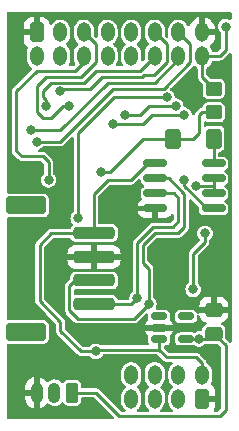
<source format=gbr>
%TF.GenerationSoftware,KiCad,Pcbnew,7.0.2*%
%TF.CreationDate,2023-05-24T14:34:07-04:00*%
%TF.ProjectId,mcumod-at6,6d63756d-6f64-42d6-9174-362e6b696361,rev?*%
%TF.SameCoordinates,Original*%
%TF.FileFunction,Copper,L2,Bot*%
%TF.FilePolarity,Positive*%
%FSLAX46Y46*%
G04 Gerber Fmt 4.6, Leading zero omitted, Abs format (unit mm)*
G04 Created by KiCad (PCBNEW 7.0.2) date 2023-05-24 14:34:07*
%MOMM*%
%LPD*%
G01*
G04 APERTURE LIST*
G04 Aperture macros list*
%AMRoundRect*
0 Rectangle with rounded corners*
0 $1 Rounding radius*
0 $2 $3 $4 $5 $6 $7 $8 $9 X,Y pos of 4 corners*
0 Add a 4 corners polygon primitive as box body*
4,1,4,$2,$3,$4,$5,$6,$7,$8,$9,$2,$3,0*
0 Add four circle primitives for the rounded corners*
1,1,$1+$1,$2,$3*
1,1,$1+$1,$4,$5*
1,1,$1+$1,$6,$7*
1,1,$1+$1,$8,$9*
0 Add four rect primitives between the rounded corners*
20,1,$1+$1,$2,$3,$4,$5,0*
20,1,$1+$1,$4,$5,$6,$7,0*
20,1,$1+$1,$6,$7,$8,$9,0*
20,1,$1+$1,$8,$9,$2,$3,0*%
G04 Aperture macros list end*
%TA.AperFunction,SMDPad,CuDef*%
%ADD10RoundRect,0.250000X0.400000X0.600000X-0.400000X0.600000X-0.400000X-0.600000X0.400000X-0.600000X0*%
%TD*%
%TA.AperFunction,SMDPad,CuDef*%
%ADD11RoundRect,0.250000X1.500000X-0.250000X1.500000X0.250000X-1.500000X0.250000X-1.500000X-0.250000X0*%
%TD*%
%TA.AperFunction,SMDPad,CuDef*%
%ADD12RoundRect,0.250001X1.449999X-0.499999X1.449999X0.499999X-1.449999X0.499999X-1.449999X-0.499999X0*%
%TD*%
%TA.AperFunction,ComponentPad*%
%ADD13O,1.200000X1.650000*%
%TD*%
%TA.AperFunction,ComponentPad*%
%ADD14RoundRect,0.250000X0.350000X0.575000X-0.350000X0.575000X-0.350000X-0.575000X0.350000X-0.575000X0*%
%TD*%
%TA.AperFunction,ComponentPad*%
%ADD15RoundRect,0.250000X0.265000X0.615000X-0.265000X0.615000X-0.265000X-0.615000X0.265000X-0.615000X0*%
%TD*%
%TA.AperFunction,ComponentPad*%
%ADD16O,1.030000X1.730000*%
%TD*%
%TA.AperFunction,SMDPad,CuDef*%
%ADD17RoundRect,0.150000X0.825000X0.150000X-0.825000X0.150000X-0.825000X-0.150000X0.825000X-0.150000X0*%
%TD*%
%TA.AperFunction,SMDPad,CuDef*%
%ADD18RoundRect,0.150000X-0.512500X-0.150000X0.512500X-0.150000X0.512500X0.150000X-0.512500X0.150000X0*%
%TD*%
%TA.AperFunction,SMDPad,CuDef*%
%ADD19RoundRect,0.250000X0.450000X-0.350000X0.450000X0.350000X-0.450000X0.350000X-0.450000X-0.350000X0*%
%TD*%
%TA.AperFunction,ComponentPad*%
%ADD20RoundRect,0.250000X-0.350000X-0.575000X0.350000X-0.575000X0.350000X0.575000X-0.350000X0.575000X0*%
%TD*%
%TA.AperFunction,SMDPad,CuDef*%
%ADD21RoundRect,0.250000X0.475000X-0.337500X0.475000X0.337500X-0.475000X0.337500X-0.475000X-0.337500X0*%
%TD*%
%TA.AperFunction,ViaPad*%
%ADD22C,0.800000*%
%TD*%
%TA.AperFunction,Conductor*%
%ADD23C,0.250000*%
%TD*%
G04 APERTURE END LIST*
D10*
%TO.P,D1,1,K*%
%TO.N,Net-(D1-K)*%
X118000000Y-111000000D03*
%TO.P,D1,2,A*%
%TO.N,Net-(D1-A)*%
X114500000Y-111000000D03*
%TD*%
D11*
%TO.P,J4,1,Pin_1*%
%TO.N,RS485A*%
X107850000Y-125000000D03*
%TO.P,J4,2,Pin_2*%
%TO.N,RS485B*%
X107850000Y-123000000D03*
%TO.P,J4,3,Pin_3*%
%TO.N,GND*%
X107850000Y-121000000D03*
%TO.P,J4,4,Pin_4*%
%TO.N,+5V*%
X107850000Y-119000000D03*
D12*
%TO.P,J4,MP*%
%TO.N,N/C*%
X102100000Y-116650000D03*
X102100000Y-127350000D03*
%TD*%
D13*
%TO.P,J2,8,Pin_8*%
%TO.N,unconnected-(J2-Pin_8-Pad8)*%
X111000000Y-131000000D03*
%TO.P,J2,7,Pin_7*%
%TO.N,UPDI*%
X111000000Y-133000000D03*
%TO.P,J2,6,Pin_6*%
%TO.N,RS485B*%
X113000000Y-131000000D03*
%TO.P,J2,5,Pin_5*%
%TO.N,RS485A*%
X113000000Y-133000000D03*
%TO.P,J2,4,Pin_4*%
%TO.N,IO5*%
X115000000Y-131000000D03*
%TO.P,J2,3,Pin_3*%
%TO.N,IO4*%
X115000000Y-133000000D03*
%TO.P,J2,2,Pin_2*%
%TO.N,+5V*%
X117000000Y-131000000D03*
D14*
%TO.P,J2,1,Pin_1*%
%TO.N,GND*%
X117000000Y-133000000D03*
%TD*%
D15*
%TO.P,J3,1,Pin_1*%
%TO.N,+3.3V*%
X106000000Y-132500000D03*
D16*
%TO.P,J3,2,Pin_2*%
%TO.N,UPDI*%
X104500000Y-132500000D03*
%TO.P,J3,3,Pin_3*%
%TO.N,GND*%
X103000000Y-132500000D03*
%TD*%
D17*
%TO.P,U3,1,RO*%
%TO.N,Net-(D1-K)*%
X117975000Y-113095000D03*
%TO.P,U3,2,~{RE}*%
%TO.N,/TXEN*%
X117975000Y-114365000D03*
%TO.P,U3,3,DE*%
X117975000Y-115635000D03*
%TO.P,U3,4,DI*%
%TO.N,Net-(U1-PB2)*%
X117975000Y-116905000D03*
%TO.P,U3,5,GND*%
%TO.N,GND*%
X113025000Y-116905000D03*
%TO.P,U3,6,A*%
%TO.N,RS485A*%
X113025000Y-115635000D03*
%TO.P,U3,7,B*%
%TO.N,RS485B*%
X113025000Y-114365000D03*
%TO.P,U3,8,VCC*%
%TO.N,+5V*%
X113025000Y-113095000D03*
%TD*%
D18*
%TO.P,U2,1,VIN*%
%TO.N,+5V*%
X113362500Y-127950000D03*
%TO.P,U2,2,GND*%
%TO.N,GND*%
X113362500Y-127000000D03*
%TO.P,U2,3,EN*%
%TO.N,unconnected-(U2-EN-Pad3)*%
X113362500Y-126050000D03*
%TO.P,U2,4,SENSE/ADJ*%
%TO.N,unconnected-(U2-SENSE{slash}ADJ-Pad4)*%
X115637500Y-126050000D03*
%TO.P,U2,5,VOUT*%
%TO.N,+3.3V*%
X115637500Y-127950000D03*
%TD*%
D19*
%TO.P,R1,1*%
%TO.N,Net-(D1-A)*%
X118000000Y-108750000D03*
%TO.P,R1,2*%
%TO.N,+3.3V*%
X118000000Y-106750000D03*
%TD*%
D20*
%TO.P,J1,1,Pin_1*%
%TO.N,GND*%
X103000000Y-102000000D03*
D13*
%TO.P,J1,2,Pin_2*%
%TO.N,+3.3V*%
X103000000Y-104000000D03*
%TO.P,J1,3,Pin_3*%
%TO.N,IO0*%
X105000000Y-102000000D03*
%TO.P,J1,4,Pin_4*%
%TO.N,IO1*%
X105000000Y-104000000D03*
%TO.P,J1,5,Pin_5*%
%TO.N,IO2*%
X107000000Y-102000000D03*
%TO.P,J1,6,Pin_6*%
%TO.N,IO3*%
X107000000Y-104000000D03*
%TO.P,J1,7,Pin_7*%
%TO.N,IO6*%
X109000000Y-102000000D03*
%TO.P,J1,8,Pin_8*%
%TO.N,IO7*%
X109000000Y-104000000D03*
%TO.P,J1,9,Pin_9*%
%TO.N,IO8*%
X111000000Y-102000000D03*
%TO.P,J1,10,Pin_10*%
%TO.N,IO9*%
X111000000Y-104000000D03*
%TO.P,J1,11,Pin_11*%
%TO.N,IO10*%
X113000000Y-102000000D03*
%TO.P,J1,12,Pin_12*%
%TO.N,IO11*%
X113000000Y-104000000D03*
%TO.P,J1,13,Pin_13*%
%TO.N,IO12*%
X115000000Y-102000000D03*
%TO.P,J1,14,Pin_14*%
%TO.N,IO13*%
X115000000Y-104000000D03*
%TO.P,J1,15,Pin_15*%
%TO.N,GND*%
X117000000Y-102000000D03*
%TO.P,J1,16,Pin_16*%
%TO.N,+3.3V*%
X117000000Y-104000000D03*
%TD*%
D21*
%TO.P,C2,1*%
%TO.N,+3.3V*%
X118000000Y-127537500D03*
%TO.P,C2,2*%
%TO.N,GND*%
X118000000Y-125462500D03*
%TD*%
D22*
%TO.N,IO6*%
X106500000Y-117750000D03*
%TO.N,+3.3V*%
X117250000Y-119000000D03*
X116250000Y-123750000D03*
X119000000Y-101500000D03*
X116750000Y-127950000D03*
%TO.N,IO13*%
X102500000Y-110250000D03*
%TO.N,IO2*%
X105750000Y-108250000D03*
%TO.N,IO12*%
X103000000Y-111250000D03*
%TO.N,IO3*%
X104000000Y-114500000D03*
%TO.N,IO11*%
X103750000Y-108250000D03*
%TO.N,Net-(D1-A)*%
X108460378Y-113796745D03*
%TO.N,IO8*%
X109500000Y-109750000D03*
%TO.N,IO9*%
X110500000Y-109000000D03*
%TO.N,IO8*%
X115500000Y-109000000D03*
%TO.N,IO9*%
X114773175Y-108226825D03*
%TO.N,IO6*%
X114023175Y-107476825D03*
%TO.N,IO10*%
X105000000Y-107000000D03*
%TO.N,RS485B*%
X112500000Y-125000000D03*
%TO.N,RS485A*%
X111500000Y-124500000D03*
%TO.N,+5V*%
X108000000Y-129000000D03*
%TO.N,Net-(U1-PB2)*%
X115500000Y-114500000D03*
%TO.N,/TXEN*%
X116500000Y-115000000D03*
%TD*%
D23*
%TO.N,RS485B*%
X107850000Y-123000000D02*
X106250000Y-123000000D01*
X106250000Y-123000000D02*
X105775000Y-123475000D01*
X105775000Y-125525000D02*
X106500000Y-126250000D01*
X105775000Y-123475000D02*
X105775000Y-125525000D01*
X106500000Y-126250000D02*
X111250000Y-126250000D01*
X111250000Y-126250000D02*
X112500000Y-125000000D01*
%TO.N,+5V*%
X108000000Y-129000000D02*
X106750000Y-129000000D01*
X106750000Y-129000000D02*
X105000000Y-127250000D01*
X103250000Y-124750000D02*
X105000000Y-126500000D01*
X105000000Y-126500000D02*
X105000000Y-127250000D01*
X104250000Y-119000000D02*
X103250000Y-120000000D01*
X107850000Y-119000000D02*
X104250000Y-119000000D01*
X103250000Y-120000000D02*
X103250000Y-124750000D01*
%TO.N,IO6*%
X106500000Y-117750000D02*
X106500000Y-110474694D01*
X106500000Y-110474694D02*
X106525306Y-110474694D01*
X106525306Y-110474694D02*
X109523175Y-107476825D01*
X109523175Y-107476825D02*
X114023175Y-107476825D01*
%TO.N,+3.3V*%
X117250000Y-119750000D02*
X117250000Y-119000000D01*
X116250000Y-120750000D02*
X117250000Y-119750000D01*
X116250000Y-123750000D02*
X116250000Y-120750000D01*
%TO.N,IO8*%
X115500000Y-109000000D02*
X112750000Y-109000000D01*
X112750000Y-109000000D02*
X112000000Y-109750000D01*
X112000000Y-109750000D02*
X109500000Y-109750000D01*
%TO.N,IO9*%
X110500000Y-109000000D02*
X111750000Y-109000000D01*
X111750000Y-109000000D02*
X112523175Y-108226825D01*
X112523175Y-108226825D02*
X114773175Y-108226825D01*
%TO.N,+3.3V*%
X119000000Y-101500000D02*
X119000000Y-103500000D01*
X119000000Y-103500000D02*
X118500000Y-104000000D01*
X118500000Y-104000000D02*
X117000000Y-104000000D01*
%TO.N,Net-(D1-A)*%
X114500000Y-111000000D02*
X116250000Y-111000000D01*
X116250000Y-111000000D02*
X116750000Y-110500000D01*
X116750000Y-109000000D02*
X116750000Y-110500000D01*
X118000000Y-108750000D02*
X117000000Y-108750000D01*
X117000000Y-108750000D02*
X116750000Y-109000000D01*
X114500000Y-111000000D02*
X112000000Y-111000000D01*
X112000000Y-111000000D02*
X109203255Y-113796745D01*
X109203255Y-113796745D02*
X108460378Y-113796745D01*
%TO.N,Net-(D1-K)*%
X118000000Y-111000000D02*
X118000000Y-113070000D01*
X118000000Y-113070000D02*
X117975000Y-113095000D01*
%TO.N,+3.3V*%
X117000000Y-104000000D02*
X117000000Y-105750000D01*
X117000000Y-105750000D02*
X118000000Y-106750000D01*
X115637500Y-127950000D02*
X116750000Y-127950000D01*
X116750000Y-127950000D02*
X117587500Y-127950000D01*
%TO.N,IO13*%
X115000000Y-104000000D02*
X115000000Y-104225000D01*
X115000000Y-104225000D02*
X112975000Y-106250000D01*
X112975000Y-106250000D02*
X109000000Y-106250000D01*
X109000000Y-106250000D02*
X105000000Y-110250000D01*
X105000000Y-110250000D02*
X102500000Y-110250000D01*
%TO.N,IO2*%
X104250000Y-109250000D02*
X103500000Y-109250000D01*
X105750000Y-108250000D02*
X105250000Y-108250000D01*
X105250000Y-108250000D02*
X104250000Y-109250000D01*
%TO.N,IO12*%
X103000000Y-111250000D02*
X105000000Y-111250000D01*
%TO.N,IO3*%
X104000000Y-113000000D02*
X103500000Y-112500000D01*
X106250000Y-105250000D02*
X107000000Y-104500000D01*
X104000000Y-114500000D02*
X104000000Y-113000000D01*
X103500000Y-112500000D02*
X101750000Y-112500000D01*
X101750000Y-112500000D02*
X101250000Y-112000000D01*
X101250000Y-112000000D02*
X101250000Y-107000000D01*
X101250000Y-107000000D02*
X103000000Y-105250000D01*
X103000000Y-105250000D02*
X106250000Y-105250000D01*
X107000000Y-104500000D02*
X107000000Y-104000000D01*
%TO.N,IO11*%
X103750000Y-107750000D02*
X103750000Y-108250000D01*
X103500000Y-107500000D02*
X103750000Y-107750000D01*
%TO.N,IO12*%
X115000000Y-102000000D02*
X116000000Y-103000000D01*
X116000000Y-103000000D02*
X116000000Y-104533148D01*
X116000000Y-104533148D02*
X113783148Y-106750000D01*
X113783148Y-106750000D02*
X109500000Y-106750000D01*
X109500000Y-106750000D02*
X105000000Y-111250000D01*
%TO.N,IO2*%
X107000000Y-102000000D02*
X108000000Y-103000000D01*
X108000000Y-103000000D02*
X108000000Y-104533148D01*
X108000000Y-104533148D02*
X106783148Y-105750000D01*
X106783148Y-105750000D02*
X103750000Y-105750000D01*
X103750000Y-105750000D02*
X103000000Y-106500000D01*
X103000000Y-106500000D02*
X103000000Y-108750000D01*
X103000000Y-108750000D02*
X103500000Y-109250000D01*
%TO.N,IO11*%
X104224695Y-106250000D02*
X103500000Y-106974695D01*
X107000000Y-106250000D02*
X104224695Y-106250000D01*
X103500000Y-106974695D02*
X103500000Y-107500000D01*
%TO.N,IO10*%
X114000000Y-103000000D02*
X113000000Y-102000000D01*
X105000000Y-107000000D02*
X105250000Y-106750000D01*
X108500000Y-105750000D02*
X111886396Y-105750000D01*
X105250000Y-106750000D02*
X107500000Y-106750000D01*
X107500000Y-106750000D02*
X108500000Y-105750000D01*
X111886396Y-105750000D02*
X112068198Y-105568198D01*
X112068198Y-105568198D02*
X112964950Y-105568198D01*
X114000000Y-104533148D02*
X114000000Y-103000000D01*
X112964950Y-105568198D02*
X114000000Y-104533148D01*
%TO.N,IO11*%
X113000000Y-104000000D02*
X111750000Y-105250000D01*
X111750000Y-105250000D02*
X108000000Y-105250000D01*
X108000000Y-105250000D02*
X107000000Y-106250000D01*
%TO.N,+5V*%
X107850000Y-119000000D02*
X107850000Y-115650000D01*
X107850000Y-115650000D02*
X109000000Y-114500000D01*
X109000000Y-114500000D02*
X111000000Y-114500000D01*
X113025000Y-113095000D02*
X112405000Y-113095000D01*
X112405000Y-113095000D02*
X111000000Y-114500000D01*
%TO.N,Net-(U1-PB2)*%
X115512299Y-115037604D02*
X115512299Y-114512299D01*
X115512299Y-114512299D02*
X115500000Y-114500000D01*
%TO.N,RS485A*%
X107850000Y-125000000D02*
X111000000Y-125000000D01*
X111000000Y-125000000D02*
X111500000Y-124500000D01*
%TO.N,RS485B*%
X112500000Y-122000000D02*
X112500000Y-125000000D01*
%TO.N,RS485A*%
X111500000Y-124500000D02*
X111500000Y-119863604D01*
%TO.N,+3.3V*%
X118500000Y-134500000D02*
X110000000Y-134500000D01*
X108000000Y-132500000D02*
X106000000Y-132500000D01*
X119000000Y-128500000D02*
X119000000Y-134000000D01*
X118000000Y-127537500D02*
X118037500Y-127537500D01*
X118037500Y-127537500D02*
X119000000Y-128500000D01*
X119000000Y-134000000D02*
X118500000Y-134500000D01*
X110000000Y-134500000D02*
X108000000Y-132500000D01*
X117587500Y-127950000D02*
X118000000Y-127537500D01*
%TO.N,RS485B*%
X115500000Y-115661701D02*
X114203299Y-114365000D01*
X112500000Y-122000000D02*
X112000000Y-121500000D01*
X112000000Y-121500000D02*
X112000000Y-120000000D01*
X113000000Y-119000000D02*
X115000000Y-119000000D01*
X112000000Y-120000000D02*
X113000000Y-119000000D01*
X115000000Y-119000000D02*
X115500000Y-118500000D01*
X115500000Y-118500000D02*
X115500000Y-115661701D01*
X114203299Y-114365000D02*
X113025000Y-114365000D01*
%TO.N,RS485A*%
X115000000Y-116000000D02*
X114635000Y-115635000D01*
X111500000Y-119863604D02*
X112863604Y-118500000D01*
X112863604Y-118500000D02*
X114500000Y-118500000D01*
X114500000Y-118500000D02*
X115000000Y-118000000D01*
X115000000Y-118000000D02*
X115000000Y-116000000D01*
X114635000Y-115635000D02*
X113025000Y-115635000D01*
%TO.N,+5V*%
X108137500Y-128862500D02*
X108000000Y-129000000D01*
X113362500Y-128862500D02*
X108137500Y-128862500D01*
X116500000Y-129500000D02*
X114000000Y-129500000D01*
X117000000Y-131000000D02*
X117000000Y-130000000D01*
X117000000Y-130000000D02*
X116500000Y-129500000D01*
X114000000Y-129500000D02*
X113362500Y-128862500D01*
X113362500Y-128862500D02*
X113362500Y-127950000D01*
%TO.N,Net-(U1-PB2)*%
X115512299Y-115037604D02*
X117379695Y-116905000D01*
X117379695Y-116905000D02*
X117975000Y-116905000D01*
%TO.N,/TXEN*%
X117975000Y-115000000D02*
X117975000Y-115635000D01*
X117975000Y-114365000D02*
X117975000Y-115000000D01*
X116500000Y-115000000D02*
X117975000Y-115000000D01*
%TD*%
%TA.AperFunction,Conductor*%
%TO.N,GND*%
G36*
X119443039Y-100269685D02*
G01*
X119488794Y-100322489D01*
X119500000Y-100374000D01*
X119500000Y-100822649D01*
X119480315Y-100889688D01*
X119427511Y-100935443D01*
X119358353Y-100945387D01*
X119318374Y-100932445D01*
X119232366Y-100887303D01*
X119078985Y-100849500D01*
X118921015Y-100849500D01*
X118767635Y-100887303D01*
X118627761Y-100960716D01*
X118509515Y-101065471D01*
X118419780Y-101195476D01*
X118363763Y-101343181D01*
X118344721Y-101499999D01*
X118363763Y-101656818D01*
X118419780Y-101804523D01*
X118509515Y-101934528D01*
X118509516Y-101934529D01*
X118509517Y-101934530D01*
X118582727Y-101999387D01*
X118619853Y-102058574D01*
X118624500Y-102092202D01*
X118624500Y-103293099D01*
X118604815Y-103360138D01*
X118588181Y-103380780D01*
X118380781Y-103588181D01*
X118319458Y-103621666D01*
X118293100Y-103624500D01*
X117935840Y-103624500D01*
X117868801Y-103604815D01*
X117823046Y-103552011D01*
X117818331Y-103540094D01*
X117802208Y-103492244D01*
X117776444Y-103415779D01*
X117681070Y-103257264D01*
X117681069Y-103257263D01*
X117674117Y-103245708D01*
X117676216Y-103244444D01*
X117652956Y-103198956D01*
X117659829Y-103129425D01*
X117702868Y-103074885D01*
X117723624Y-103060104D01*
X117868592Y-102908066D01*
X117982166Y-102731344D01*
X118060244Y-102536314D01*
X118099999Y-102330037D01*
X118100000Y-102250000D01*
X117349607Y-102250000D01*
X117409238Y-102132969D01*
X117430298Y-102000000D01*
X117409238Y-101867031D01*
X117349607Y-101750000D01*
X118100000Y-101750000D01*
X118100000Y-101725549D01*
X118099718Y-101719640D01*
X118085035Y-101565879D01*
X118025850Y-101364312D01*
X117929587Y-101177587D01*
X117799730Y-101012461D01*
X117640963Y-100874888D01*
X117459036Y-100769853D01*
X117260511Y-100701143D01*
X117250000Y-100699631D01*
X117250000Y-101650392D01*
X117132969Y-101590762D01*
X117033451Y-101575000D01*
X116966549Y-101575000D01*
X116867031Y-101590762D01*
X116750000Y-101650392D01*
X116750000Y-100703740D01*
X116638593Y-100730768D01*
X116447494Y-100818039D01*
X116276378Y-100939892D01*
X116131407Y-101091933D01*
X116017831Y-101268658D01*
X115978755Y-101366266D01*
X115935564Y-101421187D01*
X115869537Y-101444039D01*
X115801637Y-101427566D01*
X115757389Y-101384109D01*
X115681070Y-101257264D01*
X115553849Y-101122959D01*
X115400730Y-101019142D01*
X115400729Y-101019141D01*
X115400727Y-101019140D01*
X115228878Y-100950669D01*
X115136001Y-100935443D01*
X115046317Y-100920740D01*
X115046314Y-100920740D01*
X114861592Y-100930754D01*
X114683341Y-100980245D01*
X114519896Y-101066899D01*
X114378899Y-101186663D01*
X114266944Y-101333936D01*
X114189268Y-101501830D01*
X114149500Y-101682502D01*
X114149500Y-101682503D01*
X114149500Y-102271113D01*
X114149862Y-102274445D01*
X114149863Y-102274456D01*
X114153808Y-102310730D01*
X114141486Y-102379504D01*
X114093938Y-102430700D01*
X114026260Y-102448061D01*
X113959939Y-102426077D01*
X113942854Y-102411816D01*
X113886819Y-102355781D01*
X113853334Y-102294458D01*
X113850500Y-102268100D01*
X113850500Y-101732245D01*
X113850500Y-101728887D01*
X113835514Y-101591090D01*
X113776444Y-101415779D01*
X113681070Y-101257264D01*
X113553849Y-101122959D01*
X113400730Y-101019142D01*
X113400729Y-101019141D01*
X113400727Y-101019140D01*
X113228878Y-100950669D01*
X113136001Y-100935443D01*
X113046317Y-100920740D01*
X113046314Y-100920740D01*
X112861592Y-100930754D01*
X112683341Y-100980245D01*
X112519896Y-101066899D01*
X112378899Y-101186663D01*
X112266944Y-101333936D01*
X112189268Y-101501830D01*
X112149500Y-101682502D01*
X112149500Y-101682503D01*
X112149500Y-102271113D01*
X112149862Y-102274448D01*
X112149863Y-102274453D01*
X112164485Y-102408908D01*
X112165465Y-102411816D01*
X112223556Y-102584221D01*
X112318930Y-102742736D01*
X112399809Y-102828118D01*
X112446152Y-102877042D01*
X112476448Y-102897584D01*
X112520889Y-102951498D01*
X112529127Y-103020880D01*
X112498546Y-103083702D01*
X112487137Y-103094725D01*
X112378899Y-103186663D01*
X112266944Y-103333936D01*
X112189268Y-103501830D01*
X112149500Y-103682502D01*
X112149500Y-104268100D01*
X112129815Y-104335139D01*
X112113181Y-104355781D01*
X112062181Y-104406781D01*
X112000858Y-104440266D01*
X111931166Y-104435282D01*
X111875233Y-104393410D01*
X111850816Y-104327946D01*
X111850500Y-104319100D01*
X111850500Y-103732245D01*
X111850500Y-103728887D01*
X111835514Y-103591090D01*
X111776444Y-103415779D01*
X111681070Y-103257264D01*
X111650014Y-103224479D01*
X111553849Y-103122958D01*
X111523552Y-103102417D01*
X111479110Y-103048503D01*
X111470872Y-102979121D01*
X111501452Y-102916299D01*
X111512862Y-102905275D01*
X111621100Y-102813337D01*
X111733054Y-102666064D01*
X111733053Y-102666064D01*
X111733055Y-102666063D01*
X111810731Y-102498169D01*
X111810730Y-102498169D01*
X111810732Y-102498167D01*
X111850500Y-102317497D01*
X111850500Y-101728887D01*
X111835514Y-101591090D01*
X111776444Y-101415779D01*
X111681070Y-101257264D01*
X111553849Y-101122959D01*
X111400730Y-101019142D01*
X111400729Y-101019141D01*
X111400727Y-101019140D01*
X111228878Y-100950669D01*
X111136001Y-100935443D01*
X111046317Y-100920740D01*
X111046314Y-100920740D01*
X110861592Y-100930754D01*
X110683341Y-100980245D01*
X110519896Y-101066899D01*
X110378899Y-101186663D01*
X110266944Y-101333936D01*
X110189268Y-101501830D01*
X110149500Y-101682502D01*
X110149500Y-101682503D01*
X110149500Y-102271113D01*
X110149862Y-102274448D01*
X110149863Y-102274453D01*
X110164485Y-102408908D01*
X110165465Y-102411816D01*
X110223556Y-102584221D01*
X110318930Y-102742736D01*
X110399809Y-102828118D01*
X110446152Y-102877042D01*
X110476448Y-102897584D01*
X110520889Y-102951498D01*
X110529127Y-103020880D01*
X110498546Y-103083702D01*
X110487137Y-103094725D01*
X110378899Y-103186663D01*
X110266944Y-103333936D01*
X110189268Y-103501830D01*
X110149789Y-103681189D01*
X110149500Y-103682503D01*
X110149500Y-104271113D01*
X110149862Y-104274448D01*
X110149863Y-104274453D01*
X110164485Y-104408908D01*
X110173372Y-104435282D01*
X110223556Y-104584221D01*
X110285138Y-104686572D01*
X110302833Y-104754164D01*
X110281176Y-104820592D01*
X110227043Y-104864767D01*
X110178887Y-104874500D01*
X109824629Y-104874500D01*
X109757590Y-104854815D01*
X109711835Y-104802011D01*
X109701891Y-104732853D01*
X109725912Y-104675460D01*
X109730527Y-104669388D01*
X109733054Y-104666064D01*
X109810732Y-104498167D01*
X109850500Y-104317497D01*
X109850500Y-103728887D01*
X109835514Y-103591090D01*
X109776444Y-103415779D01*
X109681070Y-103257264D01*
X109650014Y-103224479D01*
X109553849Y-103122958D01*
X109523552Y-103102417D01*
X109479110Y-103048503D01*
X109470872Y-102979121D01*
X109501452Y-102916299D01*
X109512862Y-102905275D01*
X109621100Y-102813337D01*
X109733054Y-102666064D01*
X109733053Y-102666064D01*
X109733055Y-102666063D01*
X109810731Y-102498169D01*
X109810730Y-102498169D01*
X109810732Y-102498167D01*
X109850500Y-102317497D01*
X109850500Y-101728887D01*
X109835514Y-101591090D01*
X109776444Y-101415779D01*
X109681070Y-101257264D01*
X109553849Y-101122959D01*
X109400730Y-101019142D01*
X109400729Y-101019141D01*
X109400727Y-101019140D01*
X109228878Y-100950669D01*
X109136001Y-100935443D01*
X109046317Y-100920740D01*
X109046314Y-100920740D01*
X108861592Y-100930754D01*
X108683341Y-100980245D01*
X108519896Y-101066899D01*
X108378899Y-101186663D01*
X108266944Y-101333936D01*
X108189268Y-101501830D01*
X108149500Y-101682502D01*
X108149500Y-101682503D01*
X108149500Y-102271113D01*
X108149862Y-102274445D01*
X108149863Y-102274456D01*
X108153808Y-102310730D01*
X108141486Y-102379504D01*
X108093938Y-102430700D01*
X108026260Y-102448061D01*
X107959939Y-102426077D01*
X107942854Y-102411816D01*
X107886819Y-102355781D01*
X107853334Y-102294458D01*
X107850500Y-102268100D01*
X107850500Y-101732245D01*
X107850500Y-101728887D01*
X107835514Y-101591090D01*
X107776444Y-101415779D01*
X107681070Y-101257264D01*
X107553849Y-101122959D01*
X107400730Y-101019142D01*
X107400729Y-101019141D01*
X107400727Y-101019140D01*
X107228878Y-100950669D01*
X107136001Y-100935443D01*
X107046317Y-100920740D01*
X107046314Y-100920740D01*
X106861592Y-100930754D01*
X106683341Y-100980245D01*
X106519896Y-101066899D01*
X106378899Y-101186663D01*
X106266944Y-101333936D01*
X106189268Y-101501830D01*
X106149500Y-101682502D01*
X106149500Y-101682503D01*
X106149500Y-102271113D01*
X106149862Y-102274448D01*
X106149863Y-102274453D01*
X106164485Y-102408908D01*
X106165465Y-102411816D01*
X106223556Y-102584221D01*
X106318930Y-102742736D01*
X106399809Y-102828118D01*
X106446152Y-102877042D01*
X106476448Y-102897584D01*
X106520889Y-102951498D01*
X106529127Y-103020880D01*
X106498546Y-103083702D01*
X106487137Y-103094725D01*
X106378899Y-103186663D01*
X106266944Y-103333936D01*
X106189268Y-103501830D01*
X106149789Y-103681189D01*
X106149500Y-103682503D01*
X106149500Y-104271113D01*
X106149862Y-104274448D01*
X106149863Y-104274453D01*
X106164485Y-104408908D01*
X106223556Y-104584222D01*
X106234129Y-104601795D01*
X106251823Y-104669388D01*
X106230165Y-104735816D01*
X106215559Y-104753401D01*
X106130782Y-104838180D01*
X106069460Y-104871666D01*
X106043100Y-104874500D01*
X105824629Y-104874500D01*
X105757590Y-104854815D01*
X105711835Y-104802011D01*
X105701891Y-104732853D01*
X105725912Y-104675460D01*
X105730527Y-104669388D01*
X105733054Y-104666064D01*
X105810732Y-104498167D01*
X105850500Y-104317497D01*
X105850500Y-103728887D01*
X105835514Y-103591090D01*
X105776444Y-103415779D01*
X105681070Y-103257264D01*
X105650014Y-103224479D01*
X105553849Y-103122958D01*
X105523552Y-103102417D01*
X105479110Y-103048503D01*
X105470872Y-102979121D01*
X105501452Y-102916299D01*
X105512862Y-102905275D01*
X105621100Y-102813337D01*
X105733054Y-102666064D01*
X105733053Y-102666064D01*
X105733055Y-102666063D01*
X105810731Y-102498169D01*
X105810730Y-102498169D01*
X105810732Y-102498167D01*
X105850500Y-102317497D01*
X105850500Y-101728887D01*
X105835514Y-101591090D01*
X105776444Y-101415779D01*
X105681070Y-101257264D01*
X105553849Y-101122959D01*
X105400730Y-101019142D01*
X105400729Y-101019141D01*
X105400727Y-101019140D01*
X105228878Y-100950669D01*
X105136001Y-100935443D01*
X105046317Y-100920740D01*
X105046314Y-100920740D01*
X104861592Y-100930754D01*
X104683341Y-100980245D01*
X104519896Y-101066899D01*
X104378899Y-101186663D01*
X104299999Y-101290454D01*
X104243758Y-101331911D01*
X104174031Y-101336380D01*
X104112957Y-101302443D01*
X104083578Y-101254416D01*
X104034357Y-101105877D01*
X103942316Y-100956654D01*
X103818345Y-100832683D01*
X103669122Y-100740642D01*
X103502696Y-100685493D01*
X103403109Y-100675319D01*
X103396832Y-100675000D01*
X103250000Y-100675000D01*
X103250000Y-101650392D01*
X103132969Y-101590762D01*
X103033451Y-101575000D01*
X102966549Y-101575000D01*
X102867031Y-101590762D01*
X102750000Y-101650392D01*
X102750000Y-100675000D01*
X102603171Y-100675000D01*
X102596888Y-100675321D01*
X102497304Y-100685493D01*
X102330877Y-100740642D01*
X102181654Y-100832683D01*
X102057683Y-100956654D01*
X101965642Y-101105877D01*
X101910493Y-101272303D01*
X101900319Y-101371890D01*
X101900000Y-101378168D01*
X101900000Y-101750000D01*
X102650393Y-101750000D01*
X102590762Y-101867031D01*
X102569702Y-102000000D01*
X102590762Y-102132969D01*
X102650393Y-102250000D01*
X101900001Y-102250000D01*
X101900001Y-102621829D01*
X101900321Y-102628111D01*
X101910493Y-102727695D01*
X101965642Y-102894122D01*
X102057683Y-103043345D01*
X102181656Y-103167318D01*
X102214345Y-103187481D01*
X102261070Y-103239429D01*
X102272291Y-103308391D01*
X102261787Y-103345085D01*
X102189268Y-103501830D01*
X102149789Y-103681189D01*
X102149500Y-103682503D01*
X102149500Y-104271113D01*
X102149862Y-104274448D01*
X102149863Y-104274453D01*
X102164485Y-104408908D01*
X102173372Y-104435282D01*
X102223556Y-104584221D01*
X102318930Y-104742736D01*
X102329755Y-104754164D01*
X102441059Y-104871666D01*
X102446151Y-104877041D01*
X102557807Y-104952746D01*
X102602248Y-105006660D01*
X102610486Y-105076042D01*
X102579906Y-105138864D01*
X102575901Y-105143060D01*
X101021108Y-106697852D01*
X101001254Y-106713976D01*
X100992165Y-106719914D01*
X100972722Y-106744894D01*
X100962563Y-106756398D01*
X100962484Y-106756476D01*
X100962479Y-106756482D01*
X100962480Y-106756482D01*
X100950390Y-106773414D01*
X100947341Y-106777504D01*
X100910354Y-106825024D01*
X100910237Y-106825253D01*
X100893057Y-106882955D01*
X100891495Y-106887831D01*
X100871941Y-106944792D01*
X100871906Y-106945034D01*
X100874394Y-107005191D01*
X100874500Y-107010315D01*
X100874500Y-111948196D01*
X100871861Y-111973642D01*
X100869633Y-111984267D01*
X100873548Y-112015676D01*
X100874500Y-112031013D01*
X100874500Y-112031116D01*
X100877918Y-112051602D01*
X100878657Y-112056670D01*
X100886107Y-112116438D01*
X100886185Y-112116682D01*
X100914827Y-112169608D01*
X100917171Y-112174162D01*
X100943634Y-112228292D01*
X100943779Y-112228485D01*
X100988080Y-112269267D01*
X100991779Y-112272816D01*
X101447850Y-112728888D01*
X101463976Y-112748744D01*
X101469916Y-112757836D01*
X101494890Y-112777274D01*
X101506408Y-112787446D01*
X101506482Y-112787520D01*
X101516410Y-112794608D01*
X101523399Y-112799598D01*
X101527508Y-112802662D01*
X101575041Y-112839658D01*
X101575232Y-112839757D01*
X101609601Y-112849988D01*
X101632955Y-112856941D01*
X101637792Y-112858490D01*
X101687340Y-112875500D01*
X101694797Y-112878060D01*
X101695030Y-112878093D01*
X101702909Y-112877767D01*
X101702912Y-112877768D01*
X101755193Y-112875605D01*
X101760316Y-112875500D01*
X103293101Y-112875500D01*
X103360140Y-112895185D01*
X103380782Y-112911819D01*
X103588181Y-113119218D01*
X103621666Y-113180541D01*
X103624500Y-113206899D01*
X103624500Y-113907796D01*
X103604815Y-113974835D01*
X103582727Y-114000611D01*
X103509517Y-114065468D01*
X103419780Y-114195476D01*
X103363763Y-114343181D01*
X103344721Y-114500000D01*
X103363763Y-114656818D01*
X103419780Y-114804523D01*
X103509515Y-114934528D01*
X103509516Y-114934529D01*
X103509517Y-114934530D01*
X103627760Y-115039283D01*
X103767635Y-115112696D01*
X103921015Y-115150500D01*
X104078985Y-115150500D01*
X104232365Y-115112696D01*
X104372240Y-115039283D01*
X104490483Y-114934530D01*
X104580220Y-114804523D01*
X104636237Y-114656818D01*
X104655278Y-114500000D01*
X104636237Y-114343182D01*
X104580220Y-114195477D01*
X104517641Y-114104815D01*
X104490482Y-114065468D01*
X104417273Y-114000612D01*
X104380146Y-113941423D01*
X104375499Y-113907796D01*
X104375499Y-113573049D01*
X104375499Y-113051793D01*
X104378137Y-113026362D01*
X104380367Y-113015732D01*
X104376452Y-112984322D01*
X104375500Y-112968985D01*
X104375500Y-112968887D01*
X104375500Y-112968886D01*
X104372075Y-112948369D01*
X104371341Y-112943325D01*
X104363891Y-112883550D01*
X104363821Y-112883332D01*
X104360065Y-112876392D01*
X104360065Y-112876390D01*
X104335148Y-112830348D01*
X104332828Y-112825840D01*
X104309826Y-112778789D01*
X104309825Y-112778788D01*
X104306360Y-112771700D01*
X104306225Y-112771519D01*
X104300419Y-112766174D01*
X104261892Y-112730707D01*
X104258219Y-112727182D01*
X103802149Y-112271111D01*
X103786022Y-112251253D01*
X103780083Y-112242162D01*
X103755110Y-112222725D01*
X103743593Y-112212554D01*
X103743519Y-112212480D01*
X103726594Y-112200397D01*
X103722480Y-112197330D01*
X103681189Y-112165191D01*
X103681186Y-112165190D01*
X103674963Y-112160346D01*
X103674761Y-112160242D01*
X103667200Y-112157990D01*
X103667199Y-112157990D01*
X103617036Y-112143055D01*
X103612174Y-112141497D01*
X103600780Y-112137586D01*
X103555202Y-112121939D01*
X103554969Y-112121906D01*
X103509910Y-112123769D01*
X103494806Y-112124394D01*
X103489684Y-112124500D01*
X103191416Y-112124500D01*
X103124377Y-112104815D01*
X103078622Y-112052011D01*
X103068678Y-111982853D01*
X103097703Y-111919297D01*
X103156481Y-111881523D01*
X103161742Y-111880103D01*
X103191091Y-111872868D01*
X103232365Y-111862696D01*
X103372240Y-111789283D01*
X103490483Y-111684530D01*
X103494257Y-111679061D01*
X103548538Y-111635071D01*
X103596308Y-111625500D01*
X104948195Y-111625500D01*
X104973641Y-111628139D01*
X104977440Y-111628935D01*
X104984268Y-111630367D01*
X105014138Y-111626643D01*
X105015677Y-111626452D01*
X105031014Y-111625500D01*
X105031111Y-111625500D01*
X105031114Y-111625500D01*
X105051643Y-111622073D01*
X105056659Y-111621342D01*
X105108626Y-111614866D01*
X105108628Y-111614864D01*
X105116457Y-111613889D01*
X105116666Y-111613822D01*
X105123607Y-111610065D01*
X105123610Y-111610065D01*
X105169666Y-111585140D01*
X105174144Y-111582835D01*
X105221211Y-111559826D01*
X105221212Y-111559824D01*
X105228308Y-111556356D01*
X105228476Y-111556230D01*
X105233824Y-111550419D01*
X105233826Y-111550419D01*
X105269294Y-111511889D01*
X105272795Y-111508240D01*
X105912821Y-110868214D01*
X105974141Y-110834732D01*
X106043833Y-110839716D01*
X106099766Y-110881588D01*
X106124183Y-110947052D01*
X106124499Y-110955898D01*
X106124499Y-117157797D01*
X106104814Y-117224836D01*
X106082726Y-117250612D01*
X106009517Y-117315468D01*
X105919780Y-117445476D01*
X105863763Y-117593181D01*
X105844721Y-117749999D01*
X105863762Y-117906817D01*
X105863763Y-117906818D01*
X105919780Y-118054523D01*
X105978735Y-118139935D01*
X106009518Y-118184531D01*
X106015020Y-118189406D01*
X106052146Y-118248595D01*
X106051378Y-118318461D01*
X106012959Y-118376820D01*
X106007105Y-118381485D01*
X105992455Y-118392451D01*
X105906204Y-118507669D01*
X105892716Y-118543833D01*
X105850845Y-118599767D01*
X105785380Y-118624184D01*
X105776534Y-118624500D01*
X104301804Y-118624500D01*
X104276358Y-118621861D01*
X104265732Y-118619633D01*
X104234323Y-118623548D01*
X104218986Y-118624500D01*
X104218884Y-118624500D01*
X104198381Y-118627920D01*
X104193320Y-118628657D01*
X104133572Y-118636105D01*
X104133308Y-118636190D01*
X104080365Y-118664840D01*
X104075814Y-118667183D01*
X104021718Y-118693630D01*
X104021505Y-118693788D01*
X103980719Y-118738093D01*
X103977172Y-118741789D01*
X103021108Y-119697852D01*
X103001254Y-119713976D01*
X102992165Y-119719914D01*
X102972722Y-119744894D01*
X102962563Y-119756398D01*
X102962484Y-119756476D01*
X102962479Y-119756482D01*
X102962480Y-119756482D01*
X102950390Y-119773414D01*
X102947341Y-119777504D01*
X102910354Y-119825024D01*
X102910237Y-119825253D01*
X102893057Y-119882955D01*
X102891495Y-119887831D01*
X102871941Y-119944792D01*
X102871906Y-119945034D01*
X102872231Y-119952912D01*
X102872232Y-119952912D01*
X102874192Y-120000319D01*
X102874394Y-120005191D01*
X102874500Y-120010315D01*
X102874500Y-124698196D01*
X102871861Y-124723642D01*
X102869633Y-124734267D01*
X102873548Y-124765676D01*
X102874500Y-124781013D01*
X102874500Y-124781116D01*
X102877918Y-124801602D01*
X102878657Y-124806670D01*
X102886107Y-124866438D01*
X102886185Y-124866680D01*
X102914837Y-124919625D01*
X102917169Y-124924156D01*
X102940174Y-124971211D01*
X102943638Y-124978296D01*
X102943778Y-124978484D01*
X102949580Y-124983825D01*
X102949581Y-124983826D01*
X102988108Y-125019293D01*
X102991780Y-125022817D01*
X103807144Y-125838181D01*
X104588181Y-126619217D01*
X104621666Y-126680540D01*
X104624500Y-126706898D01*
X104624500Y-127198196D01*
X104621861Y-127223642D01*
X104619633Y-127234267D01*
X104623548Y-127265676D01*
X104624500Y-127281013D01*
X104624500Y-127281116D01*
X104627918Y-127301602D01*
X104628657Y-127306670D01*
X104636107Y-127366438D01*
X104636185Y-127366682D01*
X104664827Y-127419608D01*
X104667171Y-127424162D01*
X104693634Y-127478292D01*
X104693777Y-127478482D01*
X104699579Y-127483824D01*
X104699581Y-127483826D01*
X104738108Y-127519293D01*
X104741780Y-127522817D01*
X106447850Y-129228887D01*
X106463977Y-129248746D01*
X106469915Y-129257836D01*
X106494893Y-129277277D01*
X106506410Y-129287448D01*
X106506481Y-129287519D01*
X106523397Y-129299597D01*
X106527505Y-129302660D01*
X106575040Y-129339658D01*
X106575232Y-129339757D01*
X106609601Y-129349988D01*
X106632955Y-129356941D01*
X106637792Y-129358490D01*
X106687340Y-129375500D01*
X106694797Y-129378060D01*
X106695030Y-129378093D01*
X106702909Y-129377767D01*
X106702912Y-129377768D01*
X106755193Y-129375605D01*
X106760316Y-129375500D01*
X107403692Y-129375500D01*
X107470731Y-129395185D01*
X107505743Y-129429062D01*
X107509515Y-129434528D01*
X107509516Y-129434529D01*
X107509517Y-129434530D01*
X107627760Y-129539283D01*
X107767635Y-129612696D01*
X107921015Y-129650500D01*
X108078985Y-129650500D01*
X108232365Y-129612696D01*
X108372240Y-129539283D01*
X108490483Y-129434530D01*
X108580220Y-129304523D01*
X108580219Y-129304523D01*
X108588773Y-129292132D01*
X108592669Y-129294821D01*
X108617286Y-129262318D01*
X108682886Y-129238268D01*
X108691040Y-129238000D01*
X113155601Y-129238000D01*
X113222640Y-129257685D01*
X113243282Y-129274319D01*
X113697850Y-129728887D01*
X113713977Y-129748746D01*
X113719915Y-129757835D01*
X113744894Y-129777277D01*
X113756412Y-129787449D01*
X113756481Y-129787518D01*
X113773389Y-129799590D01*
X113777494Y-129802650D01*
X113818811Y-129834809D01*
X113818812Y-129834809D01*
X113825043Y-129839659D01*
X113825234Y-129839757D01*
X113832800Y-129842009D01*
X113832801Y-129842010D01*
X113882955Y-129856941D01*
X113887792Y-129858490D01*
X113937340Y-129875500D01*
X113944797Y-129878060D01*
X113945030Y-129878093D01*
X113952909Y-129877767D01*
X113952912Y-129877768D01*
X114005193Y-129875605D01*
X114010316Y-129875500D01*
X114407706Y-129875500D01*
X114474745Y-129895185D01*
X114520500Y-129947989D01*
X114530444Y-130017147D01*
X114501419Y-130080703D01*
X114487982Y-130094008D01*
X114378899Y-130186663D01*
X114266944Y-130333936D01*
X114189268Y-130501830D01*
X114169621Y-130591090D01*
X114149500Y-130682503D01*
X114149500Y-131271113D01*
X114149862Y-131274448D01*
X114149863Y-131274453D01*
X114164485Y-131408908D01*
X114189297Y-131482545D01*
X114223556Y-131584221D01*
X114318930Y-131742736D01*
X114351877Y-131777517D01*
X114446152Y-131877042D01*
X114476448Y-131897584D01*
X114520889Y-131951498D01*
X114529127Y-132020880D01*
X114498546Y-132083702D01*
X114487137Y-132094725D01*
X114378899Y-132186663D01*
X114266944Y-132333936D01*
X114189268Y-132501830D01*
X114169693Y-132590762D01*
X114149500Y-132682503D01*
X114149500Y-133271113D01*
X114149862Y-133274448D01*
X114149863Y-133274453D01*
X114164485Y-133408908D01*
X114169907Y-133425000D01*
X114223556Y-133584221D01*
X114291746Y-133697555D01*
X114318931Y-133742737D01*
X114430139Y-133860138D01*
X114446151Y-133877041D01*
X114451666Y-133880780D01*
X114476866Y-133897866D01*
X114521307Y-133951780D01*
X114529545Y-134021163D01*
X114498965Y-134083985D01*
X114439275Y-134120301D01*
X114407279Y-134124500D01*
X113592294Y-134124500D01*
X113525255Y-134104815D01*
X113479500Y-134052011D01*
X113469556Y-133982853D01*
X113498581Y-133919297D01*
X113512018Y-133905992D01*
X113541700Y-133880780D01*
X113621100Y-133813337D01*
X113733054Y-133666064D01*
X113733053Y-133666064D01*
X113733055Y-133666063D01*
X113810731Y-133498169D01*
X113810730Y-133498169D01*
X113810732Y-133498167D01*
X113850500Y-133317497D01*
X113850500Y-132728887D01*
X113835514Y-132591090D01*
X113776444Y-132415779D01*
X113681070Y-132257264D01*
X113643876Y-132217999D01*
X113553849Y-132122958D01*
X113523552Y-132102417D01*
X113479110Y-132048503D01*
X113470872Y-131979121D01*
X113501452Y-131916299D01*
X113512862Y-131905275D01*
X113621100Y-131813337D01*
X113733054Y-131666064D01*
X113733053Y-131666064D01*
X113733055Y-131666063D01*
X113810731Y-131498169D01*
X113810730Y-131498169D01*
X113810732Y-131498167D01*
X113850500Y-131317497D01*
X113850500Y-130728887D01*
X113835514Y-130591090D01*
X113776444Y-130415779D01*
X113681070Y-130257264D01*
X113553849Y-130122959D01*
X113400730Y-130019142D01*
X113400729Y-130019141D01*
X113400727Y-130019140D01*
X113228878Y-129950669D01*
X113137596Y-129935704D01*
X113046317Y-129920740D01*
X113046314Y-129920740D01*
X112861592Y-129930754D01*
X112683341Y-129980245D01*
X112519896Y-130066899D01*
X112378899Y-130186663D01*
X112266944Y-130333936D01*
X112189268Y-130501830D01*
X112169621Y-130591090D01*
X112149500Y-130682503D01*
X112149500Y-131271113D01*
X112149862Y-131274448D01*
X112149863Y-131274453D01*
X112164485Y-131408908D01*
X112189297Y-131482545D01*
X112223556Y-131584221D01*
X112318930Y-131742736D01*
X112351877Y-131777517D01*
X112446152Y-131877042D01*
X112476448Y-131897584D01*
X112520889Y-131951498D01*
X112529127Y-132020880D01*
X112498546Y-132083702D01*
X112487137Y-132094725D01*
X112378899Y-132186663D01*
X112266944Y-132333936D01*
X112189268Y-132501830D01*
X112169693Y-132590762D01*
X112149500Y-132682503D01*
X112149500Y-133271113D01*
X112149862Y-133274448D01*
X112149863Y-133274453D01*
X112164485Y-133408908D01*
X112169907Y-133425000D01*
X112223556Y-133584221D01*
X112291746Y-133697555D01*
X112318931Y-133742737D01*
X112430139Y-133860138D01*
X112446151Y-133877041D01*
X112451666Y-133880780D01*
X112476866Y-133897866D01*
X112521307Y-133951780D01*
X112529545Y-134021163D01*
X112498965Y-134083985D01*
X112439275Y-134120301D01*
X112407279Y-134124500D01*
X111592294Y-134124500D01*
X111525255Y-134104815D01*
X111479500Y-134052011D01*
X111469556Y-133982853D01*
X111498581Y-133919297D01*
X111512018Y-133905992D01*
X111541700Y-133880780D01*
X111621100Y-133813337D01*
X111733054Y-133666064D01*
X111733053Y-133666064D01*
X111733055Y-133666063D01*
X111810731Y-133498169D01*
X111810730Y-133498169D01*
X111810732Y-133498167D01*
X111850500Y-133317497D01*
X111850500Y-132728887D01*
X111835514Y-132591090D01*
X111776444Y-132415779D01*
X111681070Y-132257264D01*
X111643876Y-132217999D01*
X111553849Y-132122958D01*
X111523552Y-132102417D01*
X111479110Y-132048503D01*
X111470872Y-131979121D01*
X111501452Y-131916299D01*
X111512862Y-131905275D01*
X111621100Y-131813337D01*
X111733054Y-131666064D01*
X111733053Y-131666064D01*
X111733055Y-131666063D01*
X111810731Y-131498169D01*
X111810730Y-131498169D01*
X111810732Y-131498167D01*
X111850500Y-131317497D01*
X111850500Y-130728887D01*
X111835514Y-130591090D01*
X111776444Y-130415779D01*
X111681070Y-130257264D01*
X111553849Y-130122959D01*
X111400730Y-130019142D01*
X111400729Y-130019141D01*
X111400727Y-130019140D01*
X111228878Y-129950669D01*
X111137596Y-129935704D01*
X111046317Y-129920740D01*
X111046314Y-129920740D01*
X110861592Y-129930754D01*
X110683341Y-129980245D01*
X110519896Y-130066899D01*
X110378899Y-130186663D01*
X110266944Y-130333936D01*
X110189268Y-130501830D01*
X110169621Y-130591090D01*
X110149500Y-130682503D01*
X110149500Y-131271113D01*
X110149862Y-131274448D01*
X110149863Y-131274453D01*
X110164485Y-131408908D01*
X110189297Y-131482545D01*
X110223556Y-131584221D01*
X110318930Y-131742736D01*
X110351877Y-131777517D01*
X110446152Y-131877042D01*
X110476448Y-131897584D01*
X110520889Y-131951498D01*
X110529127Y-132020880D01*
X110498546Y-132083702D01*
X110487137Y-132094725D01*
X110378899Y-132186663D01*
X110266944Y-132333936D01*
X110189268Y-132501830D01*
X110169693Y-132590762D01*
X110149500Y-132682503D01*
X110149500Y-133271113D01*
X110149862Y-133274448D01*
X110149863Y-133274453D01*
X110164485Y-133408908D01*
X110169907Y-133425000D01*
X110223556Y-133584221D01*
X110291746Y-133697555D01*
X110318931Y-133742737D01*
X110430139Y-133860138D01*
X110446151Y-133877041D01*
X110451666Y-133880780D01*
X110476866Y-133897866D01*
X110521307Y-133951780D01*
X110529545Y-134021163D01*
X110498965Y-134083985D01*
X110439275Y-134120301D01*
X110407279Y-134124500D01*
X110206899Y-134124500D01*
X110139860Y-134104815D01*
X110119218Y-134088181D01*
X108302149Y-132271111D01*
X108286022Y-132251253D01*
X108285203Y-132250000D01*
X108280084Y-132242164D01*
X108280083Y-132242162D01*
X108255110Y-132222725D01*
X108243593Y-132212554D01*
X108243519Y-132212480D01*
X108226594Y-132200397D01*
X108222480Y-132197330D01*
X108181189Y-132165191D01*
X108181186Y-132165190D01*
X108174963Y-132160346D01*
X108174761Y-132160242D01*
X108167200Y-132157990D01*
X108167199Y-132157990D01*
X108117036Y-132143055D01*
X108112174Y-132141497D01*
X108093247Y-132135000D01*
X108055202Y-132121939D01*
X108054969Y-132121906D01*
X108009910Y-132123769D01*
X107994806Y-132124394D01*
X107989684Y-132124500D01*
X106889499Y-132124500D01*
X106822460Y-132104815D01*
X106776705Y-132052011D01*
X106765499Y-132000500D01*
X106765499Y-131840439D01*
X106765499Y-131840438D01*
X106765499Y-131837128D01*
X106759091Y-131777517D01*
X106708796Y-131642669D01*
X106622546Y-131527454D01*
X106507331Y-131441204D01*
X106372483Y-131390909D01*
X106312873Y-131384500D01*
X106309550Y-131384500D01*
X105690439Y-131384500D01*
X105690420Y-131384500D01*
X105687128Y-131384501D01*
X105683848Y-131384853D01*
X105683840Y-131384854D01*
X105627515Y-131390909D01*
X105492669Y-131441204D01*
X105377453Y-131527454D01*
X105285965Y-131649668D01*
X105230031Y-131691539D01*
X105160339Y-131696523D01*
X105101223Y-131664243D01*
X105100941Y-131664543D01*
X105099798Y-131663465D01*
X105099016Y-131663038D01*
X105097921Y-131661693D01*
X104960237Y-131531795D01*
X104805263Y-131442321D01*
X104801532Y-131441204D01*
X104633833Y-131390998D01*
X104615192Y-131389912D01*
X104455187Y-131380592D01*
X104305374Y-131407008D01*
X104278958Y-131411667D01*
X104239207Y-131428814D01*
X104114644Y-131482545D01*
X103992648Y-131573367D01*
X103927119Y-131597610D01*
X103858886Y-131582577D01*
X103822748Y-131552568D01*
X103721185Y-131428814D01*
X103566630Y-131301974D01*
X103390303Y-131207724D01*
X103250001Y-131165164D01*
X103250000Y-131165164D01*
X103250000Y-132232054D01*
X103176123Y-132174553D01*
X103060908Y-132135000D01*
X102969755Y-132135000D01*
X102879846Y-132150003D01*
X102772712Y-132207981D01*
X102750000Y-132232652D01*
X102750000Y-131165164D01*
X102749998Y-131165164D01*
X102609696Y-131207724D01*
X102433369Y-131301974D01*
X102278814Y-131428814D01*
X102151974Y-131583368D01*
X102057724Y-131759697D01*
X101999686Y-131951023D01*
X101985298Y-132097102D01*
X101985000Y-132103186D01*
X101985000Y-132250000D01*
X102734031Y-132250000D01*
X102690209Y-132297603D01*
X102641276Y-132409159D01*
X102631217Y-132530558D01*
X102661121Y-132648646D01*
X102727339Y-132750000D01*
X101985000Y-132750000D01*
X101985000Y-132896813D01*
X101985298Y-132902897D01*
X101999686Y-133048976D01*
X102057724Y-133240302D01*
X102151974Y-133416631D01*
X102278814Y-133571185D01*
X102433368Y-133698025D01*
X102609694Y-133792273D01*
X102750000Y-133834834D01*
X102750000Y-132767945D01*
X102823877Y-132825447D01*
X102939092Y-132865000D01*
X103030245Y-132865000D01*
X103120154Y-132849997D01*
X103227288Y-132792019D01*
X103249999Y-132767347D01*
X103250000Y-133834834D01*
X103390305Y-133792273D01*
X103566631Y-133698025D01*
X103721184Y-133571186D01*
X103823545Y-133446459D01*
X103881291Y-133407124D01*
X103951136Y-133405253D01*
X104004490Y-133434927D01*
X104039763Y-133468205D01*
X104194737Y-133557679D01*
X104366167Y-133609002D01*
X104535492Y-133618864D01*
X104544812Y-133619407D01*
X104544812Y-133619406D01*
X104544813Y-133619407D01*
X104721042Y-133588333D01*
X104885355Y-133517455D01*
X105028894Y-133410595D01*
X105088068Y-133340074D01*
X105146238Y-133301372D01*
X105216099Y-133300263D01*
X105275469Y-133337100D01*
X105282324Y-133345469D01*
X105330061Y-133409238D01*
X105377454Y-133472546D01*
X105492669Y-133558796D01*
X105627517Y-133609091D01*
X105687127Y-133615500D01*
X106312872Y-133615499D01*
X106372483Y-133609091D01*
X106507331Y-133558796D01*
X106622546Y-133472546D01*
X106708796Y-133357331D01*
X106759091Y-133222483D01*
X106765500Y-133162873D01*
X106765499Y-132999500D01*
X106785185Y-132932461D01*
X106837989Y-132886706D01*
X106889500Y-132875500D01*
X107793101Y-132875500D01*
X107860140Y-132895185D01*
X107880782Y-132911819D01*
X109507282Y-134538319D01*
X109540767Y-134599642D01*
X109535783Y-134669334D01*
X109493911Y-134725267D01*
X109428447Y-134749684D01*
X109419601Y-134750000D01*
X100624000Y-134750000D01*
X100556961Y-134730315D01*
X100511206Y-134677511D01*
X100500000Y-134626000D01*
X100500000Y-128474500D01*
X100519685Y-128407461D01*
X100572489Y-128361706D01*
X100624000Y-128350500D01*
X103594550Y-128350500D01*
X103597872Y-128350500D01*
X103657482Y-128344091D01*
X103792330Y-128293796D01*
X103907546Y-128207546D01*
X103993796Y-128092330D01*
X104044091Y-127957482D01*
X104050500Y-127897872D01*
X104050500Y-126802128D01*
X104044091Y-126742518D01*
X103993796Y-126607670D01*
X103980418Y-126589799D01*
X103907546Y-126492453D01*
X103792332Y-126406205D01*
X103792330Y-126406204D01*
X103657482Y-126355909D01*
X103597872Y-126349500D01*
X100624000Y-126349500D01*
X100556961Y-126329815D01*
X100511206Y-126277011D01*
X100500000Y-126225500D01*
X100500000Y-117774500D01*
X100519685Y-117707461D01*
X100572489Y-117661706D01*
X100624000Y-117650500D01*
X103594550Y-117650500D01*
X103597872Y-117650500D01*
X103657482Y-117644091D01*
X103792330Y-117593796D01*
X103907546Y-117507546D01*
X103993796Y-117392330D01*
X104044091Y-117257482D01*
X104050500Y-117197872D01*
X104050500Y-116102128D01*
X104044091Y-116042518D01*
X103993796Y-115907670D01*
X103993794Y-115907667D01*
X103907546Y-115792453D01*
X103792332Y-115706205D01*
X103792330Y-115706204D01*
X103657482Y-115655909D01*
X103597872Y-115649500D01*
X100624000Y-115649500D01*
X100556961Y-115629815D01*
X100511206Y-115577011D01*
X100500000Y-115525500D01*
X100500000Y-100374000D01*
X100519685Y-100306961D01*
X100572489Y-100261206D01*
X100624000Y-100250000D01*
X119376000Y-100250000D01*
X119443039Y-100269685D01*
G37*
%TD.AperFunction*%
%TA.AperFunction,Conductor*%
G36*
X119419333Y-103714218D02*
G01*
X119475266Y-103756090D01*
X119499683Y-103821554D01*
X119499999Y-103830400D01*
X119500000Y-128167209D01*
X119480315Y-128234248D01*
X119427511Y-128280003D01*
X119358353Y-128289947D01*
X119294797Y-128260922D01*
X119292019Y-128258440D01*
X119261919Y-128230732D01*
X119258219Y-128227182D01*
X119123367Y-128092330D01*
X119011816Y-127980779D01*
X118978333Y-127919458D01*
X118975499Y-127893108D01*
X118975499Y-127152128D01*
X118969091Y-127092517D01*
X118918796Y-126957669D01*
X118832546Y-126842454D01*
X118717331Y-126756204D01*
X118717330Y-126756203D01*
X118717328Y-126756202D01*
X118697527Y-126748817D01*
X118641594Y-126706945D01*
X118617178Y-126641480D01*
X118632031Y-126573208D01*
X118681437Y-126523803D01*
X118701859Y-126514930D01*
X118794121Y-126484357D01*
X118943345Y-126392316D01*
X119067316Y-126268345D01*
X119159357Y-126119122D01*
X119214506Y-125952696D01*
X119224680Y-125853109D01*
X119225000Y-125846831D01*
X119225000Y-125712500D01*
X116775001Y-125712500D01*
X116775001Y-125727960D01*
X116755316Y-125794999D01*
X116702512Y-125840754D01*
X116633354Y-125850698D01*
X116569798Y-125821673D01*
X116540516Y-125784255D01*
X116535646Y-125774697D01*
X116535646Y-125774696D01*
X116478050Y-125661658D01*
X116478049Y-125661656D01*
X116388343Y-125571950D01*
X116275302Y-125514353D01*
X116181521Y-125499500D01*
X115093485Y-125499500D01*
X115046588Y-125506927D01*
X114999696Y-125514354D01*
X114999694Y-125514354D01*
X114999693Y-125514355D01*
X114886657Y-125571949D01*
X114796950Y-125661656D01*
X114739353Y-125774697D01*
X114724500Y-125868478D01*
X114724500Y-126231514D01*
X114724501Y-126231518D01*
X114739354Y-126325304D01*
X114739354Y-126325305D01*
X114739355Y-126325306D01*
X114796949Y-126438342D01*
X114886656Y-126528049D01*
X114886658Y-126528050D01*
X114999696Y-126585646D01*
X115093481Y-126600500D01*
X116181518Y-126600499D01*
X116275304Y-126585646D01*
X116388342Y-126528050D01*
X116478050Y-126438342D01*
X116535646Y-126325304D01*
X116550500Y-126231519D01*
X116550499Y-126011952D01*
X116570183Y-125944914D01*
X116622987Y-125899159D01*
X116692146Y-125889215D01*
X116755701Y-125918240D01*
X116792205Y-125972949D01*
X116840642Y-126119122D01*
X116932683Y-126268345D01*
X117056654Y-126392316D01*
X117205878Y-126484358D01*
X117298140Y-126514930D01*
X117355585Y-126554702D01*
X117382409Y-126619218D01*
X117370094Y-126687994D01*
X117322552Y-126739194D01*
X117302473Y-126748817D01*
X117282670Y-126756203D01*
X117167454Y-126842454D01*
X117081204Y-126957668D01*
X117030910Y-127092515D01*
X117030909Y-127092517D01*
X117024500Y-127152127D01*
X117024500Y-127155449D01*
X117024500Y-127189415D01*
X117004815Y-127256454D01*
X116952011Y-127302209D01*
X116882853Y-127312153D01*
X116870827Y-127309812D01*
X116828987Y-127299500D01*
X116828985Y-127299500D01*
X116671015Y-127299500D01*
X116517633Y-127337303D01*
X116380556Y-127409248D01*
X116312047Y-127422974D01*
X116290280Y-127416725D01*
X116181521Y-127399500D01*
X115093485Y-127399500D01*
X115046588Y-127406927D01*
X114999696Y-127414354D01*
X114999694Y-127414354D01*
X114999693Y-127414355D01*
X114886657Y-127471949D01*
X114796950Y-127561656D01*
X114739353Y-127674697D01*
X114724500Y-127768478D01*
X114724500Y-128131514D01*
X114724501Y-128131518D01*
X114739354Y-128225304D01*
X114739354Y-128225305D01*
X114739355Y-128225306D01*
X114796949Y-128338342D01*
X114886656Y-128428049D01*
X114886658Y-128428050D01*
X114999696Y-128485646D01*
X115093481Y-128500500D01*
X116181518Y-128500499D01*
X116275304Y-128485646D01*
X116275306Y-128485644D01*
X116294703Y-128482573D01*
X116295044Y-128484727D01*
X116335295Y-128477165D01*
X116380556Y-128490751D01*
X116517633Y-128562696D01*
X116671015Y-128600500D01*
X116828985Y-128600500D01*
X116982365Y-128562696D01*
X117122240Y-128489283D01*
X117240483Y-128384530D01*
X117240485Y-128384526D01*
X117249435Y-128376598D01*
X117312668Y-128346876D01*
X117374996Y-128353231D01*
X117417517Y-128369091D01*
X117477127Y-128375500D01*
X118293100Y-128375499D01*
X118360139Y-128395183D01*
X118380781Y-128411818D01*
X118588181Y-128619217D01*
X118621666Y-128680540D01*
X118624500Y-128706898D01*
X118624500Y-133793099D01*
X118604815Y-133860138D01*
X118588181Y-133880780D01*
X118380781Y-134088181D01*
X118319458Y-134121666D01*
X118293100Y-134124500D01*
X118114434Y-134124500D01*
X118047395Y-134104815D01*
X118001640Y-134052011D01*
X117991696Y-133982853D01*
X118008895Y-133935404D01*
X118034357Y-133894122D01*
X118089506Y-133727696D01*
X118099680Y-133628109D01*
X118100000Y-133621831D01*
X118100000Y-133250000D01*
X117349607Y-133250000D01*
X117409238Y-133132969D01*
X117430298Y-133000000D01*
X117409238Y-132867031D01*
X117349607Y-132750000D01*
X118099999Y-132750000D01*
X118099999Y-132378170D01*
X118099678Y-132371888D01*
X118089506Y-132272304D01*
X118034357Y-132105877D01*
X117942316Y-131956654D01*
X117818345Y-131832683D01*
X117785653Y-131812518D01*
X117738929Y-131760569D01*
X117727708Y-131691607D01*
X117738210Y-131654918D01*
X117810732Y-131498167D01*
X117850500Y-131317497D01*
X117850500Y-130728887D01*
X117835514Y-130591090D01*
X117776444Y-130415779D01*
X117681070Y-130257264D01*
X117553849Y-130122959D01*
X117425712Y-130036080D01*
X117381272Y-129982166D01*
X117372993Y-129953867D01*
X117372075Y-129948369D01*
X117371341Y-129943325D01*
X117363891Y-129883550D01*
X117363821Y-129883332D01*
X117360065Y-129876392D01*
X117360065Y-129876390D01*
X117335148Y-129830348D01*
X117332828Y-129825840D01*
X117309826Y-129778789D01*
X117309825Y-129778788D01*
X117306360Y-129771700D01*
X117306225Y-129771519D01*
X117300419Y-129766174D01*
X117261892Y-129730707D01*
X117258219Y-129727182D01*
X116802149Y-129271111D01*
X116786022Y-129251253D01*
X116780083Y-129242162D01*
X116755110Y-129222725D01*
X116743593Y-129212554D01*
X116743519Y-129212480D01*
X116726594Y-129200397D01*
X116722480Y-129197330D01*
X116681189Y-129165191D01*
X116681186Y-129165190D01*
X116674963Y-129160346D01*
X116674761Y-129160242D01*
X116667200Y-129157990D01*
X116667199Y-129157990D01*
X116617036Y-129143055D01*
X116612174Y-129141497D01*
X116600780Y-129137586D01*
X116555202Y-129121939D01*
X116554969Y-129121906D01*
X116509910Y-129123769D01*
X116494806Y-129124394D01*
X116489684Y-129124500D01*
X114206899Y-129124500D01*
X114139860Y-129104815D01*
X114119218Y-129088181D01*
X113774316Y-128743278D01*
X113740833Y-128681958D01*
X113738000Y-128655605D01*
X113738000Y-128624495D01*
X113757687Y-128557456D01*
X113810492Y-128511703D01*
X113862000Y-128500499D01*
X113906514Y-128500499D01*
X113906518Y-128500499D01*
X114000304Y-128485646D01*
X114113342Y-128428050D01*
X114203050Y-128338342D01*
X114260646Y-128225304D01*
X114275500Y-128131519D01*
X114275499Y-127768482D01*
X114275498Y-127768478D01*
X114271745Y-127744781D01*
X114280699Y-127675487D01*
X114306538Y-127637700D01*
X114392682Y-127551556D01*
X114476280Y-127410200D01*
X114522099Y-127252488D01*
X114522295Y-127250000D01*
X112202704Y-127250000D01*
X112202900Y-127252488D01*
X112248719Y-127410200D01*
X112332317Y-127551557D01*
X112418461Y-127637701D01*
X112451946Y-127699024D01*
X112453254Y-127744777D01*
X112449500Y-127768481D01*
X112449500Y-128131514D01*
X112449501Y-128131518D01*
X112464354Y-128225304D01*
X112464354Y-128225305D01*
X112464355Y-128225306D01*
X112505830Y-128306706D01*
X112518726Y-128375375D01*
X112492449Y-128440115D01*
X112435343Y-128480372D01*
X112395345Y-128487000D01*
X108448935Y-128487000D01*
X108381896Y-128467315D01*
X108375305Y-128462325D01*
X108232366Y-128387303D01*
X108078985Y-128349500D01*
X107921015Y-128349500D01*
X107767635Y-128387303D01*
X107627761Y-128460716D01*
X107509515Y-128565471D01*
X107505743Y-128570938D01*
X107451462Y-128614929D01*
X107403692Y-128624500D01*
X106956899Y-128624500D01*
X106889860Y-128604815D01*
X106869218Y-128588181D01*
X105411819Y-127130781D01*
X105378334Y-127069458D01*
X105375500Y-127043100D01*
X105375500Y-126551803D01*
X105378139Y-126526356D01*
X105380367Y-126515732D01*
X105376452Y-126484322D01*
X105375500Y-126468985D01*
X105375500Y-126468887D01*
X105372088Y-126448444D01*
X105372075Y-126448369D01*
X105371341Y-126443325D01*
X105363891Y-126383550D01*
X105363821Y-126383332D01*
X105360065Y-126376392D01*
X105360065Y-126376390D01*
X105335148Y-126330348D01*
X105332828Y-126325840D01*
X105309826Y-126278789D01*
X105309825Y-126278788D01*
X105306360Y-126271700D01*
X105306225Y-126271519D01*
X105300419Y-126266174D01*
X105261892Y-126230707D01*
X105258219Y-126227182D01*
X103661819Y-124630781D01*
X103628334Y-124569458D01*
X103625500Y-124543100D01*
X103625500Y-121250000D01*
X105600001Y-121250000D01*
X105600001Y-121296829D01*
X105600321Y-121303111D01*
X105610493Y-121402695D01*
X105665642Y-121569122D01*
X105757683Y-121718345D01*
X105881654Y-121842316D01*
X106030877Y-121934357D01*
X106197303Y-121989506D01*
X106296890Y-121999680D01*
X106303168Y-121999999D01*
X107599999Y-121999999D01*
X107600000Y-121999998D01*
X107600000Y-121250000D01*
X108100000Y-121250000D01*
X108100000Y-121999999D01*
X109396829Y-121999999D01*
X109403111Y-121999678D01*
X109502695Y-121989506D01*
X109669122Y-121934357D01*
X109818345Y-121842316D01*
X109942316Y-121718345D01*
X110034357Y-121569122D01*
X110089506Y-121402696D01*
X110099680Y-121303109D01*
X110100000Y-121296831D01*
X110100000Y-121250000D01*
X108100000Y-121250000D01*
X107600000Y-121250000D01*
X105600001Y-121250000D01*
X103625500Y-121250000D01*
X103625500Y-120750000D01*
X105600000Y-120750000D01*
X107600000Y-120750000D01*
X107600000Y-120000000D01*
X108100000Y-120000000D01*
X108100000Y-120750000D01*
X110099998Y-120750000D01*
X110099999Y-120703170D01*
X110099678Y-120696888D01*
X110089506Y-120597304D01*
X110034357Y-120430877D01*
X109942316Y-120281654D01*
X109818345Y-120157683D01*
X109669122Y-120065642D01*
X109502696Y-120010493D01*
X109403109Y-120000319D01*
X109396832Y-120000000D01*
X108100000Y-120000000D01*
X107600000Y-120000000D01*
X106303170Y-120000000D01*
X106296888Y-120000321D01*
X106197304Y-120010493D01*
X106030877Y-120065642D01*
X105881654Y-120157683D01*
X105757683Y-120281654D01*
X105665642Y-120430877D01*
X105610493Y-120597303D01*
X105600319Y-120696890D01*
X105600000Y-120703168D01*
X105600000Y-120750000D01*
X103625500Y-120750000D01*
X103625500Y-120206899D01*
X103645185Y-120139860D01*
X103661819Y-120119218D01*
X104369218Y-119411819D01*
X104430541Y-119378334D01*
X104456899Y-119375500D01*
X105776534Y-119375500D01*
X105843573Y-119395185D01*
X105889328Y-119447989D01*
X105892713Y-119456160D01*
X105906204Y-119492331D01*
X105992454Y-119607546D01*
X106107669Y-119693796D01*
X106242517Y-119744091D01*
X106302127Y-119750500D01*
X109397872Y-119750499D01*
X109457483Y-119744091D01*
X109592331Y-119693796D01*
X109707546Y-119607546D01*
X109793796Y-119492331D01*
X109844091Y-119357483D01*
X109850500Y-119297873D01*
X109850499Y-118702128D01*
X109844091Y-118642517D01*
X109793796Y-118507669D01*
X109707546Y-118392454D01*
X109592331Y-118306204D01*
X109457483Y-118255909D01*
X109397873Y-118249500D01*
X109394551Y-118249500D01*
X108349500Y-118249500D01*
X108282461Y-118229815D01*
X108236706Y-118177011D01*
X108225500Y-118125500D01*
X108225500Y-117155000D01*
X111552704Y-117155000D01*
X111552900Y-117157488D01*
X111598719Y-117315200D01*
X111682317Y-117456557D01*
X111798442Y-117572682D01*
X111939802Y-117656282D01*
X112097506Y-117702099D01*
X112131923Y-117704808D01*
X112136803Y-117705000D01*
X112775000Y-117705000D01*
X112775000Y-117155000D01*
X111552704Y-117155000D01*
X108225500Y-117155000D01*
X108225500Y-115856898D01*
X108245185Y-115789859D01*
X108261819Y-115769217D01*
X109119218Y-114911819D01*
X109180541Y-114878334D01*
X109206899Y-114875500D01*
X110948195Y-114875500D01*
X110973641Y-114878139D01*
X110977440Y-114878935D01*
X110984268Y-114880367D01*
X111014138Y-114876643D01*
X111015677Y-114876452D01*
X111031014Y-114875500D01*
X111031111Y-114875500D01*
X111031114Y-114875500D01*
X111051643Y-114872073D01*
X111056659Y-114871342D01*
X111108626Y-114864866D01*
X111108628Y-114864864D01*
X111116457Y-114863889D01*
X111116666Y-114863822D01*
X111123607Y-114860065D01*
X111123610Y-114860065D01*
X111169666Y-114835140D01*
X111174144Y-114832835D01*
X111221211Y-114809826D01*
X111221212Y-114809824D01*
X111228308Y-114806356D01*
X111228476Y-114806230D01*
X111233824Y-114800419D01*
X111233826Y-114800419D01*
X111269294Y-114761889D01*
X111272795Y-114758240D01*
X111587821Y-114443214D01*
X111649142Y-114409731D01*
X111718834Y-114414715D01*
X111774767Y-114456587D01*
X111799184Y-114522051D01*
X111799500Y-114530892D01*
X111799500Y-114546511D01*
X111799500Y-114546517D01*
X111799501Y-114546518D01*
X111814354Y-114640304D01*
X111814354Y-114640305D01*
X111814355Y-114640306D01*
X111871949Y-114753342D01*
X111961656Y-114843049D01*
X112052850Y-114889515D01*
X112103646Y-114937490D01*
X112120441Y-115005311D01*
X112097904Y-115071446D01*
X112052850Y-115110485D01*
X111961656Y-115156950D01*
X111871950Y-115246656D01*
X111814353Y-115359697D01*
X111799500Y-115453478D01*
X111799500Y-115816514D01*
X111799501Y-115816518D01*
X111814354Y-115910304D01*
X111814354Y-115910305D01*
X111814355Y-115910306D01*
X111880866Y-116040842D01*
X111879271Y-116041654D01*
X111899537Y-116078768D01*
X111894553Y-116148460D01*
X111852681Y-116204393D01*
X111841492Y-116211858D01*
X111798442Y-116237317D01*
X111682317Y-116353442D01*
X111598719Y-116494799D01*
X111552900Y-116652511D01*
X111552704Y-116654999D01*
X111552705Y-116655000D01*
X113151000Y-116655000D01*
X113218039Y-116674685D01*
X113263794Y-116727489D01*
X113275000Y-116779000D01*
X113275000Y-117705000D01*
X113913197Y-117705000D01*
X113918076Y-117704808D01*
X113952493Y-117702099D01*
X114110197Y-117656282D01*
X114251557Y-117572682D01*
X114367682Y-117456557D01*
X114393766Y-117412451D01*
X114444834Y-117364766D01*
X114513576Y-117352261D01*
X114578166Y-117378906D01*
X114618097Y-117436241D01*
X114624499Y-117475570D01*
X114624500Y-117793100D01*
X114604816Y-117860139D01*
X114588181Y-117880781D01*
X114380781Y-118088181D01*
X114319458Y-118121666D01*
X114293100Y-118124500D01*
X112915408Y-118124500D01*
X112889962Y-118121861D01*
X112879336Y-118119633D01*
X112847929Y-118123548D01*
X112832592Y-118124500D01*
X112832489Y-118124500D01*
X112826496Y-118125500D01*
X112811969Y-118127923D01*
X112806907Y-118128661D01*
X112747164Y-118136108D01*
X112746916Y-118136188D01*
X112693978Y-118164837D01*
X112689422Y-118167182D01*
X112635321Y-118193630D01*
X112635109Y-118193788D01*
X112594323Y-118238093D01*
X112590776Y-118241789D01*
X111271108Y-119561456D01*
X111251254Y-119577580D01*
X111242165Y-119583518D01*
X111222722Y-119608498D01*
X111212563Y-119620002D01*
X111212484Y-119620080D01*
X111212479Y-119620086D01*
X111212480Y-119620086D01*
X111200390Y-119637018D01*
X111197341Y-119641108D01*
X111160354Y-119688628D01*
X111160237Y-119688857D01*
X111143057Y-119746559D01*
X111141495Y-119751435D01*
X111121940Y-119808397D01*
X111121905Y-119808638D01*
X111124393Y-119868794D01*
X111124499Y-119873916D01*
X111124499Y-123907796D01*
X111104814Y-123974835D01*
X111082727Y-124000611D01*
X111009516Y-124065470D01*
X110919780Y-124195476D01*
X110863763Y-124343181D01*
X110842907Y-124514947D01*
X110838172Y-124514372D01*
X110831538Y-124554413D01*
X110784664Y-124606226D01*
X110719872Y-124624500D01*
X109923466Y-124624500D01*
X109856427Y-124604815D01*
X109810672Y-124552011D01*
X109807284Y-124543833D01*
X109807011Y-124543100D01*
X109793796Y-124507669D01*
X109707546Y-124392454D01*
X109592331Y-124306204D01*
X109457483Y-124255909D01*
X109457482Y-124255908D01*
X109401166Y-124249854D01*
X109401165Y-124249853D01*
X109397873Y-124249500D01*
X109394550Y-124249500D01*
X106305439Y-124249500D01*
X106305420Y-124249500D01*
X106302128Y-124249501D01*
X106298855Y-124249852D01*
X106298833Y-124249854D01*
X106287751Y-124251046D01*
X106218992Y-124238638D01*
X106167856Y-124191026D01*
X106150500Y-124127756D01*
X106150500Y-123872244D01*
X106170185Y-123805205D01*
X106222989Y-123759450D01*
X106287752Y-123748954D01*
X106302127Y-123750500D01*
X109397872Y-123750499D01*
X109457483Y-123744091D01*
X109592331Y-123693796D01*
X109707546Y-123607546D01*
X109793796Y-123492331D01*
X109844091Y-123357483D01*
X109850500Y-123297873D01*
X109850499Y-122702128D01*
X109844091Y-122642517D01*
X109793796Y-122507669D01*
X109707546Y-122392454D01*
X109592331Y-122306204D01*
X109457483Y-122255909D01*
X109397873Y-122249500D01*
X109394550Y-122249500D01*
X106305439Y-122249500D01*
X106305420Y-122249500D01*
X106302128Y-122249501D01*
X106298848Y-122249853D01*
X106298840Y-122249854D01*
X106242515Y-122255909D01*
X106107669Y-122306204D01*
X105992454Y-122392454D01*
X105906204Y-122507668D01*
X105855910Y-122642515D01*
X105855909Y-122642517D01*
X105849500Y-122702127D01*
X105849500Y-122705449D01*
X105849500Y-122818099D01*
X105829815Y-122885138D01*
X105813181Y-122905780D01*
X105546108Y-123172852D01*
X105526254Y-123188976D01*
X105517165Y-123194914D01*
X105497722Y-123219894D01*
X105487563Y-123231398D01*
X105487484Y-123231476D01*
X105487479Y-123231482D01*
X105487480Y-123231482D01*
X105475390Y-123248414D01*
X105472341Y-123252504D01*
X105435354Y-123300024D01*
X105435237Y-123300253D01*
X105418057Y-123357955D01*
X105416495Y-123362831D01*
X105396941Y-123419792D01*
X105396906Y-123420034D01*
X105399394Y-123480191D01*
X105399500Y-123485315D01*
X105399500Y-125473196D01*
X105396861Y-125498642D01*
X105394633Y-125509267D01*
X105398548Y-125540676D01*
X105399500Y-125556013D01*
X105399500Y-125556116D01*
X105402918Y-125576602D01*
X105403657Y-125581670D01*
X105411107Y-125641438D01*
X105411185Y-125641682D01*
X105439827Y-125694608D01*
X105442171Y-125699162D01*
X105468634Y-125753292D01*
X105468779Y-125753485D01*
X105513080Y-125794267D01*
X105516779Y-125797816D01*
X106197850Y-126478888D01*
X106213976Y-126498744D01*
X106219916Y-126507836D01*
X106244890Y-126527274D01*
X106256408Y-126537446D01*
X106256482Y-126537520D01*
X106258477Y-126538944D01*
X106273399Y-126549598D01*
X106277508Y-126552662D01*
X106325041Y-126589658D01*
X106325232Y-126589757D01*
X106359601Y-126599988D01*
X106382955Y-126606941D01*
X106387792Y-126608490D01*
X106437340Y-126625500D01*
X106444797Y-126628060D01*
X106445030Y-126628093D01*
X106452909Y-126627767D01*
X106452912Y-126627768D01*
X106505193Y-126625605D01*
X106510316Y-126625500D01*
X111198195Y-126625500D01*
X111223641Y-126628139D01*
X111227440Y-126628935D01*
X111234268Y-126630367D01*
X111264138Y-126626643D01*
X111265677Y-126626452D01*
X111281014Y-126625500D01*
X111281111Y-126625500D01*
X111281114Y-126625500D01*
X111301643Y-126622073D01*
X111306659Y-126621342D01*
X111358626Y-126614866D01*
X111358628Y-126614864D01*
X111366457Y-126613889D01*
X111366666Y-126613822D01*
X111373607Y-126610065D01*
X111373610Y-126610065D01*
X111419666Y-126585140D01*
X111424144Y-126582835D01*
X111471211Y-126559826D01*
X111471212Y-126559824D01*
X111478308Y-126556356D01*
X111478476Y-126556230D01*
X111483824Y-126550419D01*
X111483826Y-126550419D01*
X111519293Y-126511890D01*
X111522794Y-126508241D01*
X112237820Y-125793216D01*
X112299142Y-125759732D01*
X112368834Y-125764716D01*
X112424767Y-125806588D01*
X112449184Y-125872052D01*
X112449500Y-125880898D01*
X112449500Y-126231515D01*
X112449501Y-126231519D01*
X112453254Y-126255217D01*
X112453255Y-126255220D01*
X112444299Y-126324513D01*
X112418463Y-126362297D01*
X112332316Y-126448444D01*
X112248719Y-126589799D01*
X112202900Y-126747511D01*
X112202704Y-126749999D01*
X112202705Y-126750000D01*
X114522295Y-126750000D01*
X114522295Y-126749999D01*
X114522099Y-126747511D01*
X114476280Y-126589799D01*
X114392682Y-126448442D01*
X114306538Y-126362298D01*
X114273053Y-126300975D01*
X114271746Y-126255220D01*
X114275500Y-126231519D01*
X114275499Y-125868482D01*
X114260646Y-125774696D01*
X114228955Y-125712500D01*
X114203050Y-125661657D01*
X114113343Y-125571950D01*
X114000302Y-125514353D01*
X113906521Y-125499500D01*
X113906519Y-125499500D01*
X113181900Y-125499500D01*
X113114861Y-125479815D01*
X113069106Y-125427011D01*
X113059162Y-125357853D01*
X113079848Y-125305063D01*
X113080219Y-125304525D01*
X113080220Y-125304523D01*
X113115120Y-125212500D01*
X116775000Y-125212500D01*
X117750000Y-125212500D01*
X117750000Y-124375000D01*
X118250000Y-124375000D01*
X118250000Y-125212500D01*
X119224999Y-125212500D01*
X119224999Y-125078170D01*
X119224678Y-125071888D01*
X119214506Y-124972304D01*
X119159357Y-124805877D01*
X119067316Y-124656654D01*
X118943345Y-124532683D01*
X118794122Y-124440642D01*
X118627696Y-124385493D01*
X118528109Y-124375319D01*
X118521832Y-124375000D01*
X118250000Y-124375000D01*
X117750000Y-124375000D01*
X117478171Y-124375000D01*
X117471888Y-124375321D01*
X117372304Y-124385493D01*
X117205877Y-124440642D01*
X117056654Y-124532683D01*
X116932683Y-124656654D01*
X116840642Y-124805877D01*
X116785493Y-124972303D01*
X116775319Y-125071890D01*
X116775000Y-125078168D01*
X116775000Y-125212500D01*
X113115120Y-125212500D01*
X113136237Y-125156818D01*
X113155278Y-125000000D01*
X113136237Y-124843182D01*
X113080220Y-124695477D01*
X112990483Y-124565470D01*
X112990482Y-124565468D01*
X112917273Y-124500611D01*
X112880146Y-124441422D01*
X112875500Y-124407796D01*
X112875500Y-123749999D01*
X115594721Y-123749999D01*
X115613763Y-123906818D01*
X115669780Y-124054523D01*
X115759515Y-124184528D01*
X115759516Y-124184529D01*
X115759517Y-124184530D01*
X115877760Y-124289283D01*
X116017635Y-124362696D01*
X116171015Y-124400500D01*
X116328985Y-124400500D01*
X116482365Y-124362696D01*
X116622240Y-124289283D01*
X116740483Y-124184530D01*
X116830220Y-124054523D01*
X116886237Y-123906818D01*
X116905278Y-123750000D01*
X116886237Y-123593182D01*
X116830220Y-123445477D01*
X116769808Y-123357955D01*
X116740482Y-123315468D01*
X116667273Y-123250611D01*
X116630146Y-123191422D01*
X116625500Y-123157796D01*
X116625500Y-120956898D01*
X116645185Y-120889859D01*
X116661815Y-120869221D01*
X117478889Y-120052146D01*
X117498741Y-120036025D01*
X117507836Y-120030084D01*
X117527277Y-120005104D01*
X117537449Y-119993587D01*
X117537520Y-119993517D01*
X117549614Y-119976576D01*
X117552648Y-119972508D01*
X117584809Y-119931189D01*
X117584809Y-119931187D01*
X117589666Y-119924948D01*
X117589753Y-119924779D01*
X117592010Y-119917199D01*
X117606954Y-119867001D01*
X117608491Y-119862202D01*
X117625500Y-119812660D01*
X117625500Y-119812656D01*
X117628060Y-119805199D01*
X117628094Y-119804966D01*
X117627768Y-119797090D01*
X117627769Y-119797088D01*
X117625606Y-119744792D01*
X117625500Y-119739668D01*
X117625500Y-119592202D01*
X117645185Y-119525163D01*
X117667269Y-119499390D01*
X117740483Y-119434530D01*
X117830220Y-119304523D01*
X117886237Y-119156818D01*
X117905278Y-119000000D01*
X117886237Y-118843182D01*
X117830220Y-118695477D01*
X117772720Y-118612173D01*
X117740484Y-118565471D01*
X117719734Y-118547088D01*
X117622240Y-118460717D01*
X117608994Y-118453765D01*
X117482364Y-118387303D01*
X117328985Y-118349500D01*
X117171015Y-118349500D01*
X117017635Y-118387303D01*
X116877761Y-118460716D01*
X116759515Y-118565471D01*
X116669780Y-118695476D01*
X116613763Y-118843181D01*
X116594721Y-119000000D01*
X116613762Y-119156818D01*
X116613763Y-119156818D01*
X116669780Y-119304523D01*
X116759517Y-119434530D01*
X116783940Y-119456167D01*
X116806689Y-119476320D01*
X116843816Y-119535509D01*
X116843050Y-119605375D01*
X116812144Y-119656817D01*
X116021108Y-120447852D01*
X116001254Y-120463976D01*
X115992165Y-120469914D01*
X115972722Y-120494894D01*
X115962563Y-120506398D01*
X115962484Y-120506476D01*
X115962479Y-120506482D01*
X115962480Y-120506482D01*
X115950390Y-120523414D01*
X115947341Y-120527504D01*
X115910354Y-120575024D01*
X115910237Y-120575253D01*
X115893057Y-120632955D01*
X115891495Y-120637831D01*
X115871941Y-120694792D01*
X115871906Y-120695034D01*
X115874394Y-120755191D01*
X115874500Y-120760315D01*
X115874500Y-123157796D01*
X115854815Y-123224835D01*
X115832727Y-123250611D01*
X115759517Y-123315468D01*
X115669780Y-123445476D01*
X115613763Y-123593181D01*
X115594721Y-123749999D01*
X112875500Y-123749999D01*
X112875500Y-123231398D01*
X112875500Y-122051793D01*
X112878137Y-122026362D01*
X112880367Y-122015732D01*
X112876451Y-121984323D01*
X112875499Y-121968986D01*
X112875500Y-121968886D01*
X112872075Y-121948369D01*
X112871341Y-121943325D01*
X112863891Y-121883550D01*
X112863821Y-121883332D01*
X112860065Y-121876392D01*
X112860065Y-121876390D01*
X112835148Y-121830348D01*
X112832828Y-121825840D01*
X112809826Y-121778789D01*
X112809825Y-121778788D01*
X112806360Y-121771700D01*
X112806225Y-121771519D01*
X112800419Y-121766174D01*
X112761892Y-121730707D01*
X112758219Y-121727182D01*
X112411818Y-121380781D01*
X112378333Y-121319458D01*
X112375499Y-121293100D01*
X112375499Y-120750000D01*
X112375499Y-120206895D01*
X112395184Y-120139860D01*
X112411813Y-120119223D01*
X113119218Y-119411819D01*
X113180541Y-119378334D01*
X113206899Y-119375500D01*
X114948195Y-119375500D01*
X114973641Y-119378139D01*
X114977440Y-119378935D01*
X114984268Y-119380367D01*
X115014138Y-119376643D01*
X115015677Y-119376452D01*
X115031014Y-119375500D01*
X115031111Y-119375500D01*
X115031114Y-119375500D01*
X115051643Y-119372073D01*
X115056659Y-119371342D01*
X115108626Y-119364866D01*
X115108628Y-119364864D01*
X115116457Y-119363889D01*
X115116666Y-119363822D01*
X115123607Y-119360065D01*
X115123610Y-119360065D01*
X115169666Y-119335140D01*
X115174144Y-119332835D01*
X115221211Y-119309826D01*
X115221212Y-119309824D01*
X115228308Y-119306356D01*
X115228476Y-119306230D01*
X115233824Y-119300419D01*
X115233826Y-119300419D01*
X115269293Y-119261890D01*
X115272794Y-119258241D01*
X115728892Y-118802144D01*
X115748743Y-118786024D01*
X115757836Y-118780084D01*
X115777280Y-118755101D01*
X115787453Y-118743584D01*
X115787520Y-118743518D01*
X115799619Y-118726570D01*
X115802641Y-118722515D01*
X115834809Y-118681189D01*
X115834810Y-118681185D01*
X115839666Y-118674947D01*
X115839753Y-118674778D01*
X115842008Y-118667200D01*
X115842010Y-118667199D01*
X115856951Y-118617009D01*
X115858489Y-118612209D01*
X115875500Y-118562660D01*
X115875499Y-118562658D01*
X115878065Y-118555187D01*
X115878094Y-118554990D01*
X115877767Y-118547090D01*
X115877768Y-118547088D01*
X115875603Y-118494757D01*
X115875499Y-118489732D01*
X115875499Y-116231202D01*
X115895184Y-116164164D01*
X115947988Y-116118409D01*
X116017146Y-116108465D01*
X116080702Y-116137490D01*
X116087168Y-116143511D01*
X116313012Y-116369354D01*
X116713181Y-116769523D01*
X116746666Y-116830846D01*
X116749500Y-116857203D01*
X116749500Y-117086514D01*
X116749501Y-117086518D01*
X116764354Y-117180304D01*
X116764354Y-117180305D01*
X116764355Y-117180306D01*
X116821949Y-117293342D01*
X116911656Y-117383049D01*
X116911658Y-117383050D01*
X117024696Y-117440646D01*
X117118481Y-117455500D01*
X118831518Y-117455499D01*
X118925304Y-117440646D01*
X119038342Y-117383050D01*
X119128050Y-117293342D01*
X119185646Y-117180304D01*
X119200500Y-117086519D01*
X119200499Y-116723482D01*
X119185646Y-116629696D01*
X119157965Y-116575370D01*
X119128050Y-116516657D01*
X119038343Y-116426950D01*
X118947149Y-116380484D01*
X118896353Y-116332509D01*
X118879558Y-116264688D01*
X118902096Y-116198553D01*
X118947147Y-116159516D01*
X119038342Y-116113050D01*
X119128050Y-116023342D01*
X119185646Y-115910304D01*
X119200500Y-115816519D01*
X119200499Y-115453482D01*
X119185646Y-115359696D01*
X119157965Y-115305370D01*
X119128050Y-115246657D01*
X119038343Y-115156950D01*
X118947149Y-115110484D01*
X118896353Y-115062509D01*
X118879558Y-114994688D01*
X118902096Y-114928553D01*
X118947147Y-114889516D01*
X119038342Y-114843050D01*
X119128050Y-114753342D01*
X119185646Y-114640304D01*
X119200500Y-114546519D01*
X119200499Y-114183482D01*
X119185646Y-114089696D01*
X119152805Y-114025242D01*
X119128050Y-113976657D01*
X119038343Y-113886950D01*
X118947149Y-113840484D01*
X118896353Y-113792509D01*
X118879558Y-113724688D01*
X118902096Y-113658553D01*
X118947147Y-113619516D01*
X119038342Y-113573050D01*
X119128050Y-113483342D01*
X119185646Y-113370304D01*
X119200500Y-113276519D01*
X119200499Y-112913482D01*
X119185646Y-112819696D01*
X119138508Y-112727182D01*
X119128050Y-112706657D01*
X119038343Y-112616950D01*
X118925302Y-112559353D01*
X118831521Y-112544500D01*
X118831519Y-112544500D01*
X118499500Y-112544500D01*
X118432461Y-112524815D01*
X118386706Y-112472011D01*
X118375500Y-112420500D01*
X118375500Y-112219663D01*
X118395185Y-112152624D01*
X118447989Y-112106869D01*
X118486245Y-112096373D01*
X118507483Y-112094091D01*
X118642331Y-112043796D01*
X118757546Y-111957546D01*
X118843796Y-111842331D01*
X118894091Y-111707483D01*
X118900500Y-111647873D01*
X118900499Y-110352128D01*
X118894091Y-110292517D01*
X118843796Y-110157669D01*
X118757546Y-110042454D01*
X118642331Y-109956204D01*
X118507483Y-109905909D01*
X118447873Y-109899500D01*
X118444550Y-109899500D01*
X117555439Y-109899500D01*
X117555420Y-109899500D01*
X117552128Y-109899501D01*
X117548848Y-109899853D01*
X117548840Y-109899854D01*
X117492515Y-109905909D01*
X117357667Y-109956204D01*
X117323809Y-109981551D01*
X117258345Y-110005968D01*
X117190072Y-109991116D01*
X117140667Y-109941711D01*
X117125499Y-109882284D01*
X117125499Y-109815470D01*
X117125499Y-109654440D01*
X117145184Y-109587404D01*
X117197988Y-109541649D01*
X117267146Y-109531705D01*
X117292833Y-109538261D01*
X117307665Y-109543793D01*
X117307669Y-109543796D01*
X117442517Y-109594091D01*
X117502127Y-109600500D01*
X118497872Y-109600499D01*
X118557483Y-109594091D01*
X118692331Y-109543796D01*
X118807546Y-109457546D01*
X118893796Y-109342331D01*
X118944091Y-109207483D01*
X118950500Y-109147873D01*
X118950499Y-108352128D01*
X118944091Y-108292517D01*
X118893796Y-108157669D01*
X118807546Y-108042454D01*
X118692331Y-107956204D01*
X118557483Y-107905909D01*
X118497873Y-107899500D01*
X118494550Y-107899500D01*
X117505439Y-107899500D01*
X117505420Y-107899500D01*
X117502128Y-107899501D01*
X117498848Y-107899853D01*
X117498840Y-107899854D01*
X117442515Y-107905909D01*
X117307669Y-107956204D01*
X117192454Y-108042454D01*
X117106202Y-108157671D01*
X117054130Y-108297281D01*
X117012259Y-108353215D01*
X116958358Y-108376256D01*
X116948368Y-108377923D01*
X116943300Y-108378661D01*
X116883556Y-108386109D01*
X116883316Y-108386186D01*
X116830359Y-108414844D01*
X116825805Y-108417188D01*
X116771721Y-108443628D01*
X116771506Y-108443788D01*
X116730729Y-108488082D01*
X116727183Y-108491777D01*
X116521108Y-108697852D01*
X116501254Y-108713976D01*
X116492165Y-108719914D01*
X116472722Y-108744894D01*
X116462563Y-108756398D01*
X116462484Y-108756476D01*
X116462479Y-108756482D01*
X116462480Y-108756482D01*
X116450390Y-108773414D01*
X116447341Y-108777504D01*
X116410354Y-108825024D01*
X116410237Y-108825253D01*
X116393057Y-108882955D01*
X116391495Y-108887833D01*
X116382237Y-108914801D01*
X116341851Y-108971817D01*
X116277052Y-108997948D01*
X116208412Y-108984897D01*
X116157724Y-108936808D01*
X116141859Y-108889485D01*
X116136237Y-108843182D01*
X116080220Y-108695477D01*
X116006159Y-108588181D01*
X115990484Y-108565471D01*
X115978126Y-108554523D01*
X115872240Y-108460717D01*
X115833099Y-108440174D01*
X115732364Y-108387303D01*
X115578985Y-108349500D01*
X115553203Y-108349500D01*
X115486164Y-108329815D01*
X115440409Y-108277011D01*
X115430107Y-108240447D01*
X115416847Y-108131243D01*
X115409412Y-108070007D01*
X115353395Y-107922302D01*
X115279655Y-107815471D01*
X115263659Y-107792296D01*
X115263491Y-107792147D01*
X115145415Y-107687542D01*
X115132169Y-107680590D01*
X115005539Y-107614128D01*
X114852160Y-107576325D01*
X114800389Y-107576325D01*
X114733350Y-107556640D01*
X114687595Y-107503836D01*
X114677293Y-107467272D01*
X114672995Y-107431876D01*
X114659412Y-107320007D01*
X114603395Y-107172302D01*
X114513658Y-107042295D01*
X114395415Y-106937542D01*
X114368364Y-106923344D01*
X114318156Y-106874763D01*
X114302181Y-106806744D01*
X114325516Y-106740886D01*
X114338307Y-106725876D01*
X116228889Y-104835294D01*
X116248708Y-104819194D01*
X116250136Y-104818261D01*
X116317016Y-104798055D01*
X116384208Y-104817215D01*
X116408009Y-104836776D01*
X116446150Y-104877041D01*
X116502766Y-104915426D01*
X116570087Y-104961071D01*
X116614528Y-105014984D01*
X116624500Y-105063704D01*
X116624500Y-105698196D01*
X116621861Y-105723642D01*
X116619633Y-105734267D01*
X116623548Y-105765676D01*
X116624500Y-105781013D01*
X116624500Y-105781116D01*
X116627918Y-105801602D01*
X116628657Y-105806670D01*
X116636107Y-105866438D01*
X116636185Y-105866682D01*
X116664827Y-105919608D01*
X116667171Y-105924162D01*
X116693634Y-105978292D01*
X116693777Y-105978482D01*
X116699579Y-105983824D01*
X116699581Y-105983826D01*
X116738108Y-106019293D01*
X116741780Y-106022817D01*
X117013181Y-106294218D01*
X117046666Y-106355541D01*
X117049500Y-106381899D01*
X117049500Y-107144560D01*
X117049500Y-107144578D01*
X117049501Y-107147872D01*
X117049853Y-107151152D01*
X117049854Y-107151159D01*
X117052127Y-107172301D01*
X117055909Y-107207483D01*
X117106204Y-107342331D01*
X117192454Y-107457546D01*
X117307669Y-107543796D01*
X117442517Y-107594091D01*
X117502127Y-107600500D01*
X118497872Y-107600499D01*
X118557483Y-107594091D01*
X118692331Y-107543796D01*
X118807546Y-107457546D01*
X118893796Y-107342331D01*
X118944091Y-107207483D01*
X118950500Y-107147873D01*
X118950499Y-106352128D01*
X118944091Y-106292517D01*
X118893796Y-106157669D01*
X118807546Y-106042454D01*
X118692331Y-105956204D01*
X118557483Y-105905909D01*
X118497873Y-105899500D01*
X118494551Y-105899500D01*
X117731900Y-105899500D01*
X117664861Y-105879815D01*
X117644219Y-105863181D01*
X117411819Y-105630781D01*
X117378334Y-105569458D01*
X117375500Y-105543100D01*
X117375500Y-105063165D01*
X117395185Y-104996126D01*
X117441414Y-104953611D01*
X117480104Y-104933100D01*
X117621100Y-104813337D01*
X117718769Y-104684856D01*
X117733055Y-104666063D01*
X117810731Y-104498169D01*
X117810730Y-104498169D01*
X117810732Y-104498167D01*
X117816306Y-104472843D01*
X117849942Y-104411604D01*
X117911347Y-104378269D01*
X117937407Y-104375500D01*
X118448195Y-104375500D01*
X118473641Y-104378139D01*
X118477440Y-104378935D01*
X118484268Y-104380367D01*
X118514138Y-104376643D01*
X118515677Y-104376452D01*
X118531014Y-104375500D01*
X118531111Y-104375500D01*
X118531114Y-104375500D01*
X118551643Y-104372073D01*
X118556659Y-104371342D01*
X118608626Y-104364866D01*
X118608628Y-104364864D01*
X118616457Y-104363889D01*
X118616666Y-104363822D01*
X118623607Y-104360065D01*
X118623610Y-104360065D01*
X118669669Y-104335139D01*
X118674144Y-104332835D01*
X118721211Y-104309826D01*
X118721212Y-104309824D01*
X118728308Y-104306356D01*
X118728476Y-104306230D01*
X118733824Y-104300419D01*
X118733826Y-104300419D01*
X118769293Y-104261890D01*
X118772794Y-104258241D01*
X119228892Y-103802144D01*
X119248743Y-103786024D01*
X119257836Y-103780084D01*
X119277280Y-103755100D01*
X119287435Y-103743602D01*
X119287520Y-103743518D01*
X119287522Y-103743514D01*
X119288318Y-103742719D01*
X119349641Y-103709234D01*
X119419333Y-103714218D01*
G37*
%TD.AperFunction*%
%TD*%
M02*

</source>
